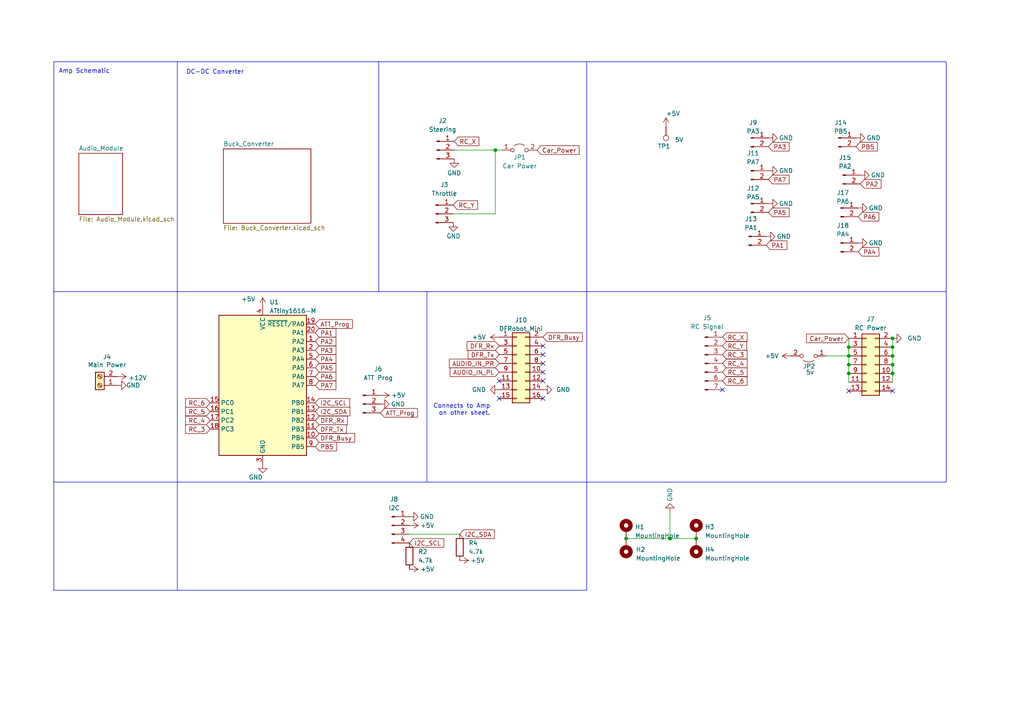
<source format=kicad_sch>
(kicad_sch (version 20230121) (generator eeschema)

  (uuid ee7e864e-15ea-4ba5-a64c-c53b37d2e4fb)

  (paper "A4")

  (lib_symbols
    (symbol "Connector:Conn_01x02_Pin" (pin_names (offset 1.016) hide) (in_bom yes) (on_board yes)
      (property "Reference" "J" (at 0 2.54 0)
        (effects (font (size 1.27 1.27)))
      )
      (property "Value" "Conn_01x02_Pin" (at 0 -5.08 0)
        (effects (font (size 1.27 1.27)))
      )
      (property "Footprint" "" (at 0 0 0)
        (effects (font (size 1.27 1.27)) hide)
      )
      (property "Datasheet" "~" (at 0 0 0)
        (effects (font (size 1.27 1.27)) hide)
      )
      (property "ki_locked" "" (at 0 0 0)
        (effects (font (size 1.27 1.27)))
      )
      (property "ki_keywords" "connector" (at 0 0 0)
        (effects (font (size 1.27 1.27)) hide)
      )
      (property "ki_description" "Generic connector, single row, 01x02, script generated" (at 0 0 0)
        (effects (font (size 1.27 1.27)) hide)
      )
      (property "ki_fp_filters" "Connector*:*_1x??_*" (at 0 0 0)
        (effects (font (size 1.27 1.27)) hide)
      )
      (symbol "Conn_01x02_Pin_1_1"
        (polyline
          (pts
            (xy 1.27 -2.54)
            (xy 0.8636 -2.54)
          )
          (stroke (width 0.1524) (type default))
          (fill (type none))
        )
        (polyline
          (pts
            (xy 1.27 0)
            (xy 0.8636 0)
          )
          (stroke (width 0.1524) (type default))
          (fill (type none))
        )
        (rectangle (start 0.8636 -2.413) (end 0 -2.667)
          (stroke (width 0.1524) (type default))
          (fill (type outline))
        )
        (rectangle (start 0.8636 0.127) (end 0 -0.127)
          (stroke (width 0.1524) (type default))
          (fill (type outline))
        )
        (pin passive line (at 5.08 0 180) (length 3.81)
          (name "Pin_1" (effects (font (size 1.27 1.27))))
          (number "1" (effects (font (size 1.27 1.27))))
        )
        (pin passive line (at 5.08 -2.54 180) (length 3.81)
          (name "Pin_2" (effects (font (size 1.27 1.27))))
          (number "2" (effects (font (size 1.27 1.27))))
        )
      )
    )
    (symbol "Connector:Conn_01x03_Pin" (pin_names (offset 1.016) hide) (in_bom yes) (on_board yes)
      (property "Reference" "J" (at 0 5.08 0)
        (effects (font (size 1.27 1.27)))
      )
      (property "Value" "Conn_01x03_Pin" (at 0 -5.08 0)
        (effects (font (size 1.27 1.27)))
      )
      (property "Footprint" "" (at 0 0 0)
        (effects (font (size 1.27 1.27)) hide)
      )
      (property "Datasheet" "~" (at 0 0 0)
        (effects (font (size 1.27 1.27)) hide)
      )
      (property "ki_locked" "" (at 0 0 0)
        (effects (font (size 1.27 1.27)))
      )
      (property "ki_keywords" "connector" (at 0 0 0)
        (effects (font (size 1.27 1.27)) hide)
      )
      (property "ki_description" "Generic connector, single row, 01x03, script generated" (at 0 0 0)
        (effects (font (size 1.27 1.27)) hide)
      )
      (property "ki_fp_filters" "Connector*:*_1x??_*" (at 0 0 0)
        (effects (font (size 1.27 1.27)) hide)
      )
      (symbol "Conn_01x03_Pin_1_1"
        (polyline
          (pts
            (xy 1.27 -2.54)
            (xy 0.8636 -2.54)
          )
          (stroke (width 0.1524) (type default))
          (fill (type none))
        )
        (polyline
          (pts
            (xy 1.27 0)
            (xy 0.8636 0)
          )
          (stroke (width 0.1524) (type default))
          (fill (type none))
        )
        (polyline
          (pts
            (xy 1.27 2.54)
            (xy 0.8636 2.54)
          )
          (stroke (width 0.1524) (type default))
          (fill (type none))
        )
        (rectangle (start 0.8636 -2.413) (end 0 -2.667)
          (stroke (width 0.1524) (type default))
          (fill (type outline))
        )
        (rectangle (start 0.8636 0.127) (end 0 -0.127)
          (stroke (width 0.1524) (type default))
          (fill (type outline))
        )
        (rectangle (start 0.8636 2.667) (end 0 2.413)
          (stroke (width 0.1524) (type default))
          (fill (type outline))
        )
        (pin passive line (at 5.08 2.54 180) (length 3.81)
          (name "Pin_1" (effects (font (size 1.27 1.27))))
          (number "1" (effects (font (size 1.27 1.27))))
        )
        (pin passive line (at 5.08 0 180) (length 3.81)
          (name "Pin_2" (effects (font (size 1.27 1.27))))
          (number "2" (effects (font (size 1.27 1.27))))
        )
        (pin passive line (at 5.08 -2.54 180) (length 3.81)
          (name "Pin_3" (effects (font (size 1.27 1.27))))
          (number "3" (effects (font (size 1.27 1.27))))
        )
      )
    )
    (symbol "Connector:Conn_01x04_Pin" (pin_names (offset 1.016) hide) (in_bom yes) (on_board yes)
      (property "Reference" "J" (at 0 5.08 0)
        (effects (font (size 1.27 1.27)))
      )
      (property "Value" "Conn_01x04_Pin" (at 0 -7.62 0)
        (effects (font (size 1.27 1.27)))
      )
      (property "Footprint" "" (at 0 0 0)
        (effects (font (size 1.27 1.27)) hide)
      )
      (property "Datasheet" "~" (at 0 0 0)
        (effects (font (size 1.27 1.27)) hide)
      )
      (property "ki_locked" "" (at 0 0 0)
        (effects (font (size 1.27 1.27)))
      )
      (property "ki_keywords" "connector" (at 0 0 0)
        (effects (font (size 1.27 1.27)) hide)
      )
      (property "ki_description" "Generic connector, single row, 01x04, script generated" (at 0 0 0)
        (effects (font (size 1.27 1.27)) hide)
      )
      (property "ki_fp_filters" "Connector*:*_1x??_*" (at 0 0 0)
        (effects (font (size 1.27 1.27)) hide)
      )
      (symbol "Conn_01x04_Pin_1_1"
        (polyline
          (pts
            (xy 1.27 -5.08)
            (xy 0.8636 -5.08)
          )
          (stroke (width 0.1524) (type default))
          (fill (type none))
        )
        (polyline
          (pts
            (xy 1.27 -2.54)
            (xy 0.8636 -2.54)
          )
          (stroke (width 0.1524) (type default))
          (fill (type none))
        )
        (polyline
          (pts
            (xy 1.27 0)
            (xy 0.8636 0)
          )
          (stroke (width 0.1524) (type default))
          (fill (type none))
        )
        (polyline
          (pts
            (xy 1.27 2.54)
            (xy 0.8636 2.54)
          )
          (stroke (width 0.1524) (type default))
          (fill (type none))
        )
        (rectangle (start 0.8636 -4.953) (end 0 -5.207)
          (stroke (width 0.1524) (type default))
          (fill (type outline))
        )
        (rectangle (start 0.8636 -2.413) (end 0 -2.667)
          (stroke (width 0.1524) (type default))
          (fill (type outline))
        )
        (rectangle (start 0.8636 0.127) (end 0 -0.127)
          (stroke (width 0.1524) (type default))
          (fill (type outline))
        )
        (rectangle (start 0.8636 2.667) (end 0 2.413)
          (stroke (width 0.1524) (type default))
          (fill (type outline))
        )
        (pin passive line (at 5.08 2.54 180) (length 3.81)
          (name "Pin_1" (effects (font (size 1.27 1.27))))
          (number "1" (effects (font (size 1.27 1.27))))
        )
        (pin passive line (at 5.08 0 180) (length 3.81)
          (name "Pin_2" (effects (font (size 1.27 1.27))))
          (number "2" (effects (font (size 1.27 1.27))))
        )
        (pin passive line (at 5.08 -2.54 180) (length 3.81)
          (name "Pin_3" (effects (font (size 1.27 1.27))))
          (number "3" (effects (font (size 1.27 1.27))))
        )
        (pin passive line (at 5.08 -5.08 180) (length 3.81)
          (name "Pin_4" (effects (font (size 1.27 1.27))))
          (number "4" (effects (font (size 1.27 1.27))))
        )
      )
    )
    (symbol "Connector:Conn_01x07_Pin" (pin_names (offset 1.016) hide) (in_bom yes) (on_board yes)
      (property "Reference" "J" (at 0 10.16 0)
        (effects (font (size 1.27 1.27)))
      )
      (property "Value" "Conn_01x07_Pin" (at 0 -10.16 0)
        (effects (font (size 1.27 1.27)))
      )
      (property "Footprint" "" (at 0 0 0)
        (effects (font (size 1.27 1.27)) hide)
      )
      (property "Datasheet" "~" (at 0 0 0)
        (effects (font (size 1.27 1.27)) hide)
      )
      (property "ki_locked" "" (at 0 0 0)
        (effects (font (size 1.27 1.27)))
      )
      (property "ki_keywords" "connector" (at 0 0 0)
        (effects (font (size 1.27 1.27)) hide)
      )
      (property "ki_description" "Generic connector, single row, 01x07, script generated" (at 0 0 0)
        (effects (font (size 1.27 1.27)) hide)
      )
      (property "ki_fp_filters" "Connector*:*_1x??_*" (at 0 0 0)
        (effects (font (size 1.27 1.27)) hide)
      )
      (symbol "Conn_01x07_Pin_1_1"
        (polyline
          (pts
            (xy 1.27 -7.62)
            (xy 0.8636 -7.62)
          )
          (stroke (width 0.1524) (type default))
          (fill (type none))
        )
        (polyline
          (pts
            (xy 1.27 -5.08)
            (xy 0.8636 -5.08)
          )
          (stroke (width 0.1524) (type default))
          (fill (type none))
        )
        (polyline
          (pts
            (xy 1.27 -2.54)
            (xy 0.8636 -2.54)
          )
          (stroke (width 0.1524) (type default))
          (fill (type none))
        )
        (polyline
          (pts
            (xy 1.27 0)
            (xy 0.8636 0)
          )
          (stroke (width 0.1524) (type default))
          (fill (type none))
        )
        (polyline
          (pts
            (xy 1.27 2.54)
            (xy 0.8636 2.54)
          )
          (stroke (width 0.1524) (type default))
          (fill (type none))
        )
        (polyline
          (pts
            (xy 1.27 5.08)
            (xy 0.8636 5.08)
          )
          (stroke (width 0.1524) (type default))
          (fill (type none))
        )
        (polyline
          (pts
            (xy 1.27 7.62)
            (xy 0.8636 7.62)
          )
          (stroke (width 0.1524) (type default))
          (fill (type none))
        )
        (rectangle (start 0.8636 -7.493) (end 0 -7.747)
          (stroke (width 0.1524) (type default))
          (fill (type outline))
        )
        (rectangle (start 0.8636 -4.953) (end 0 -5.207)
          (stroke (width 0.1524) (type default))
          (fill (type outline))
        )
        (rectangle (start 0.8636 -2.413) (end 0 -2.667)
          (stroke (width 0.1524) (type default))
          (fill (type outline))
        )
        (rectangle (start 0.8636 0.127) (end 0 -0.127)
          (stroke (width 0.1524) (type default))
          (fill (type outline))
        )
        (rectangle (start 0.8636 2.667) (end 0 2.413)
          (stroke (width 0.1524) (type default))
          (fill (type outline))
        )
        (rectangle (start 0.8636 5.207) (end 0 4.953)
          (stroke (width 0.1524) (type default))
          (fill (type outline))
        )
        (rectangle (start 0.8636 7.747) (end 0 7.493)
          (stroke (width 0.1524) (type default))
          (fill (type outline))
        )
        (pin passive line (at 5.08 7.62 180) (length 3.81)
          (name "Pin_1" (effects (font (size 1.27 1.27))))
          (number "1" (effects (font (size 1.27 1.27))))
        )
        (pin passive line (at 5.08 5.08 180) (length 3.81)
          (name "Pin_2" (effects (font (size 1.27 1.27))))
          (number "2" (effects (font (size 1.27 1.27))))
        )
        (pin passive line (at 5.08 2.54 180) (length 3.81)
          (name "Pin_3" (effects (font (size 1.27 1.27))))
          (number "3" (effects (font (size 1.27 1.27))))
        )
        (pin passive line (at 5.08 0 180) (length 3.81)
          (name "Pin_4" (effects (font (size 1.27 1.27))))
          (number "4" (effects (font (size 1.27 1.27))))
        )
        (pin passive line (at 5.08 -2.54 180) (length 3.81)
          (name "Pin_5" (effects (font (size 1.27 1.27))))
          (number "5" (effects (font (size 1.27 1.27))))
        )
        (pin passive line (at 5.08 -5.08 180) (length 3.81)
          (name "Pin_6" (effects (font (size 1.27 1.27))))
          (number "6" (effects (font (size 1.27 1.27))))
        )
        (pin passive line (at 5.08 -7.62 180) (length 3.81)
          (name "Pin_7" (effects (font (size 1.27 1.27))))
          (number "7" (effects (font (size 1.27 1.27))))
        )
      )
    )
    (symbol "Connector:Screw_Terminal_01x02" (pin_names (offset 1.016) hide) (in_bom yes) (on_board yes)
      (property "Reference" "J" (at 0 2.54 0)
        (effects (font (size 1.27 1.27)))
      )
      (property "Value" "Screw_Terminal_01x02" (at 0 -5.08 0)
        (effects (font (size 1.27 1.27)))
      )
      (property "Footprint" "" (at 0 0 0)
        (effects (font (size 1.27 1.27)) hide)
      )
      (property "Datasheet" "~" (at 0 0 0)
        (effects (font (size 1.27 1.27)) hide)
      )
      (property "ki_keywords" "screw terminal" (at 0 0 0)
        (effects (font (size 1.27 1.27)) hide)
      )
      (property "ki_description" "Generic screw terminal, single row, 01x02, script generated (kicad-library-utils/schlib/autogen/connector/)" (at 0 0 0)
        (effects (font (size 1.27 1.27)) hide)
      )
      (property "ki_fp_filters" "TerminalBlock*:*" (at 0 0 0)
        (effects (font (size 1.27 1.27)) hide)
      )
      (symbol "Screw_Terminal_01x02_1_1"
        (rectangle (start -1.27 1.27) (end 1.27 -3.81)
          (stroke (width 0.254) (type default))
          (fill (type background))
        )
        (circle (center 0 -2.54) (radius 0.635)
          (stroke (width 0.1524) (type default))
          (fill (type none))
        )
        (polyline
          (pts
            (xy -0.5334 -2.2098)
            (xy 0.3302 -3.048)
          )
          (stroke (width 0.1524) (type default))
          (fill (type none))
        )
        (polyline
          (pts
            (xy -0.5334 0.3302)
            (xy 0.3302 -0.508)
          )
          (stroke (width 0.1524) (type default))
          (fill (type none))
        )
        (polyline
          (pts
            (xy -0.3556 -2.032)
            (xy 0.508 -2.8702)
          )
          (stroke (width 0.1524) (type default))
          (fill (type none))
        )
        (polyline
          (pts
            (xy -0.3556 0.508)
            (xy 0.508 -0.3302)
          )
          (stroke (width 0.1524) (type default))
          (fill (type none))
        )
        (circle (center 0 0) (radius 0.635)
          (stroke (width 0.1524) (type default))
          (fill (type none))
        )
        (pin passive line (at -5.08 0 0) (length 3.81)
          (name "Pin_1" (effects (font (size 1.27 1.27))))
          (number "1" (effects (font (size 1.27 1.27))))
        )
        (pin passive line (at -5.08 -2.54 0) (length 3.81)
          (name "Pin_2" (effects (font (size 1.27 1.27))))
          (number "2" (effects (font (size 1.27 1.27))))
        )
      )
    )
    (symbol "Connector:TestPoint" (pin_numbers hide) (pin_names (offset 0.762) hide) (in_bom yes) (on_board yes)
      (property "Reference" "TP" (at 0 6.858 0)
        (effects (font (size 1.27 1.27)))
      )
      (property "Value" "TestPoint" (at 0 5.08 0)
        (effects (font (size 1.27 1.27)))
      )
      (property "Footprint" "" (at 5.08 0 0)
        (effects (font (size 1.27 1.27)) hide)
      )
      (property "Datasheet" "~" (at 5.08 0 0)
        (effects (font (size 1.27 1.27)) hide)
      )
      (property "ki_keywords" "test point tp" (at 0 0 0)
        (effects (font (size 1.27 1.27)) hide)
      )
      (property "ki_description" "test point" (at 0 0 0)
        (effects (font (size 1.27 1.27)) hide)
      )
      (property "ki_fp_filters" "Pin* Test*" (at 0 0 0)
        (effects (font (size 1.27 1.27)) hide)
      )
      (symbol "TestPoint_0_1"
        (circle (center 0 3.302) (radius 0.762)
          (stroke (width 0) (type default))
          (fill (type none))
        )
      )
      (symbol "TestPoint_1_1"
        (pin passive line (at 0 0 90) (length 2.54)
          (name "1" (effects (font (size 1.27 1.27))))
          (number "1" (effects (font (size 1.27 1.27))))
        )
      )
    )
    (symbol "Connector_Generic:Conn_02x07_Odd_Even" (pin_names (offset 1.016) hide) (in_bom yes) (on_board yes)
      (property "Reference" "J" (at 1.27 10.16 0)
        (effects (font (size 1.27 1.27)))
      )
      (property "Value" "Conn_02x07_Odd_Even" (at 1.27 -10.16 0)
        (effects (font (size 1.27 1.27)))
      )
      (property "Footprint" "" (at 0 0 0)
        (effects (font (size 1.27 1.27)) hide)
      )
      (property "Datasheet" "~" (at 0 0 0)
        (effects (font (size 1.27 1.27)) hide)
      )
      (property "ki_keywords" "connector" (at 0 0 0)
        (effects (font (size 1.27 1.27)) hide)
      )
      (property "ki_description" "Generic connector, double row, 02x07, odd/even pin numbering scheme (row 1 odd numbers, row 2 even numbers), script generated (kicad-library-utils/schlib/autogen/connector/)" (at 0 0 0)
        (effects (font (size 1.27 1.27)) hide)
      )
      (property "ki_fp_filters" "Connector*:*_2x??_*" (at 0 0 0)
        (effects (font (size 1.27 1.27)) hide)
      )
      (symbol "Conn_02x07_Odd_Even_1_1"
        (rectangle (start -1.27 -7.493) (end 0 -7.747)
          (stroke (width 0.1524) (type default))
          (fill (type none))
        )
        (rectangle (start -1.27 -4.953) (end 0 -5.207)
          (stroke (width 0.1524) (type default))
          (fill (type none))
        )
        (rectangle (start -1.27 -2.413) (end 0 -2.667)
          (stroke (width 0.1524) (type default))
          (fill (type none))
        )
        (rectangle (start -1.27 0.127) (end 0 -0.127)
          (stroke (width 0.1524) (type default))
          (fill (type none))
        )
        (rectangle (start -1.27 2.667) (end 0 2.413)
          (stroke (width 0.1524) (type default))
          (fill (type none))
        )
        (rectangle (start -1.27 5.207) (end 0 4.953)
          (stroke (width 0.1524) (type default))
          (fill (type none))
        )
        (rectangle (start -1.27 7.747) (end 0 7.493)
          (stroke (width 0.1524) (type default))
          (fill (type none))
        )
        (rectangle (start -1.27 8.89) (end 3.81 -8.89)
          (stroke (width 0.254) (type default))
          (fill (type background))
        )
        (rectangle (start 3.81 -7.493) (end 2.54 -7.747)
          (stroke (width 0.1524) (type default))
          (fill (type none))
        )
        (rectangle (start 3.81 -4.953) (end 2.54 -5.207)
          (stroke (width 0.1524) (type default))
          (fill (type none))
        )
        (rectangle (start 3.81 -2.413) (end 2.54 -2.667)
          (stroke (width 0.1524) (type default))
          (fill (type none))
        )
        (rectangle (start 3.81 0.127) (end 2.54 -0.127)
          (stroke (width 0.1524) (type default))
          (fill (type none))
        )
        (rectangle (start 3.81 2.667) (end 2.54 2.413)
          (stroke (width 0.1524) (type default))
          (fill (type none))
        )
        (rectangle (start 3.81 5.207) (end 2.54 4.953)
          (stroke (width 0.1524) (type default))
          (fill (type none))
        )
        (rectangle (start 3.81 7.747) (end 2.54 7.493)
          (stroke (width 0.1524) (type default))
          (fill (type none))
        )
        (pin passive line (at -5.08 7.62 0) (length 3.81)
          (name "Pin_1" (effects (font (size 1.27 1.27))))
          (number "1" (effects (font (size 1.27 1.27))))
        )
        (pin passive line (at 7.62 -2.54 180) (length 3.81)
          (name "Pin_10" (effects (font (size 1.27 1.27))))
          (number "10" (effects (font (size 1.27 1.27))))
        )
        (pin passive line (at -5.08 -5.08 0) (length 3.81)
          (name "Pin_11" (effects (font (size 1.27 1.27))))
          (number "11" (effects (font (size 1.27 1.27))))
        )
        (pin passive line (at 7.62 -5.08 180) (length 3.81)
          (name "Pin_12" (effects (font (size 1.27 1.27))))
          (number "12" (effects (font (size 1.27 1.27))))
        )
        (pin passive line (at -5.08 -7.62 0) (length 3.81)
          (name "Pin_13" (effects (font (size 1.27 1.27))))
          (number "13" (effects (font (size 1.27 1.27))))
        )
        (pin passive line (at 7.62 -7.62 180) (length 3.81)
          (name "Pin_14" (effects (font (size 1.27 1.27))))
          (number "14" (effects (font (size 1.27 1.27))))
        )
        (pin passive line (at 7.62 7.62 180) (length 3.81)
          (name "Pin_2" (effects (font (size 1.27 1.27))))
          (number "2" (effects (font (size 1.27 1.27))))
        )
        (pin passive line (at -5.08 5.08 0) (length 3.81)
          (name "Pin_3" (effects (font (size 1.27 1.27))))
          (number "3" (effects (font (size 1.27 1.27))))
        )
        (pin passive line (at 7.62 5.08 180) (length 3.81)
          (name "Pin_4" (effects (font (size 1.27 1.27))))
          (number "4" (effects (font (size 1.27 1.27))))
        )
        (pin passive line (at -5.08 2.54 0) (length 3.81)
          (name "Pin_5" (effects (font (size 1.27 1.27))))
          (number "5" (effects (font (size 1.27 1.27))))
        )
        (pin passive line (at 7.62 2.54 180) (length 3.81)
          (name "Pin_6" (effects (font (size 1.27 1.27))))
          (number "6" (effects (font (size 1.27 1.27))))
        )
        (pin passive line (at -5.08 0 0) (length 3.81)
          (name "Pin_7" (effects (font (size 1.27 1.27))))
          (number "7" (effects (font (size 1.27 1.27))))
        )
        (pin passive line (at 7.62 0 180) (length 3.81)
          (name "Pin_8" (effects (font (size 1.27 1.27))))
          (number "8" (effects (font (size 1.27 1.27))))
        )
        (pin passive line (at -5.08 -2.54 0) (length 3.81)
          (name "Pin_9" (effects (font (size 1.27 1.27))))
          (number "9" (effects (font (size 1.27 1.27))))
        )
      )
    )
    (symbol "Connector_Generic:Conn_02x08_Odd_Even" (pin_names (offset 1.016) hide) (in_bom yes) (on_board yes)
      (property "Reference" "J" (at 1.27 10.16 0)
        (effects (font (size 1.27 1.27)))
      )
      (property "Value" "Conn_02x08_Odd_Even" (at 1.27 -12.7 0)
        (effects (font (size 1.27 1.27)))
      )
      (property "Footprint" "" (at 0 0 0)
        (effects (font (size 1.27 1.27)) hide)
      )
      (property "Datasheet" "~" (at 0 0 0)
        (effects (font (size 1.27 1.27)) hide)
      )
      (property "ki_keywords" "connector" (at 0 0 0)
        (effects (font (size 1.27 1.27)) hide)
      )
      (property "ki_description" "Generic connector, double row, 02x08, odd/even pin numbering scheme (row 1 odd numbers, row 2 even numbers), script generated (kicad-library-utils/schlib/autogen/connector/)" (at 0 0 0)
        (effects (font (size 1.27 1.27)) hide)
      )
      (property "ki_fp_filters" "Connector*:*_2x??_*" (at 0 0 0)
        (effects (font (size 1.27 1.27)) hide)
      )
      (symbol "Conn_02x08_Odd_Even_1_1"
        (rectangle (start -1.27 -10.033) (end 0 -10.287)
          (stroke (width 0.1524) (type default))
          (fill (type none))
        )
        (rectangle (start -1.27 -7.493) (end 0 -7.747)
          (stroke (width 0.1524) (type default))
          (fill (type none))
        )
        (rectangle (start -1.27 -4.953) (end 0 -5.207)
          (stroke (width 0.1524) (type default))
          (fill (type none))
        )
        (rectangle (start -1.27 -2.413) (end 0 -2.667)
          (stroke (width 0.1524) (type default))
          (fill (type none))
        )
        (rectangle (start -1.27 0.127) (end 0 -0.127)
          (stroke (width 0.1524) (type default))
          (fill (type none))
        )
        (rectangle (start -1.27 2.667) (end 0 2.413)
          (stroke (width 0.1524) (type default))
          (fill (type none))
        )
        (rectangle (start -1.27 5.207) (end 0 4.953)
          (stroke (width 0.1524) (type default))
          (fill (type none))
        )
        (rectangle (start -1.27 7.747) (end 0 7.493)
          (stroke (width 0.1524) (type default))
          (fill (type none))
        )
        (rectangle (start -1.27 8.89) (end 3.81 -11.43)
          (stroke (width 0.254) (type default))
          (fill (type background))
        )
        (rectangle (start 3.81 -10.033) (end 2.54 -10.287)
          (stroke (width 0.1524) (type default))
          (fill (type none))
        )
        (rectangle (start 3.81 -7.493) (end 2.54 -7.747)
          (stroke (width 0.1524) (type default))
          (fill (type none))
        )
        (rectangle (start 3.81 -4.953) (end 2.54 -5.207)
          (stroke (width 0.1524) (type default))
          (fill (type none))
        )
        (rectangle (start 3.81 -2.413) (end 2.54 -2.667)
          (stroke (width 0.1524) (type default))
          (fill (type none))
        )
        (rectangle (start 3.81 0.127) (end 2.54 -0.127)
          (stroke (width 0.1524) (type default))
          (fill (type none))
        )
        (rectangle (start 3.81 2.667) (end 2.54 2.413)
          (stroke (width 0.1524) (type default))
          (fill (type none))
        )
        (rectangle (start 3.81 5.207) (end 2.54 4.953)
          (stroke (width 0.1524) (type default))
          (fill (type none))
        )
        (rectangle (start 3.81 7.747) (end 2.54 7.493)
          (stroke (width 0.1524) (type default))
          (fill (type none))
        )
        (pin passive line (at -5.08 7.62 0) (length 3.81)
          (name "Pin_1" (effects (font (size 1.27 1.27))))
          (number "1" (effects (font (size 1.27 1.27))))
        )
        (pin passive line (at 7.62 -2.54 180) (length 3.81)
          (name "Pin_10" (effects (font (size 1.27 1.27))))
          (number "10" (effects (font (size 1.27 1.27))))
        )
        (pin passive line (at -5.08 -5.08 0) (length 3.81)
          (name "Pin_11" (effects (font (size 1.27 1.27))))
          (number "11" (effects (font (size 1.27 1.27))))
        )
        (pin passive line (at 7.62 -5.08 180) (length 3.81)
          (name "Pin_12" (effects (font (size 1.27 1.27))))
          (number "12" (effects (font (size 1.27 1.27))))
        )
        (pin passive line (at -5.08 -7.62 0) (length 3.81)
          (name "Pin_13" (effects (font (size 1.27 1.27))))
          (number "13" (effects (font (size 1.27 1.27))))
        )
        (pin passive line (at 7.62 -7.62 180) (length 3.81)
          (name "Pin_14" (effects (font (size 1.27 1.27))))
          (number "14" (effects (font (size 1.27 1.27))))
        )
        (pin passive line (at -5.08 -10.16 0) (length 3.81)
          (name "Pin_15" (effects (font (size 1.27 1.27))))
          (number "15" (effects (font (size 1.27 1.27))))
        )
        (pin passive line (at 7.62 -10.16 180) (length 3.81)
          (name "Pin_16" (effects (font (size 1.27 1.27))))
          (number "16" (effects (font (size 1.27 1.27))))
        )
        (pin passive line (at 7.62 7.62 180) (length 3.81)
          (name "Pin_2" (effects (font (size 1.27 1.27))))
          (number "2" (effects (font (size 1.27 1.27))))
        )
        (pin passive line (at -5.08 5.08 0) (length 3.81)
          (name "Pin_3" (effects (font (size 1.27 1.27))))
          (number "3" (effects (font (size 1.27 1.27))))
        )
        (pin passive line (at 7.62 5.08 180) (length 3.81)
          (name "Pin_4" (effects (font (size 1.27 1.27))))
          (number "4" (effects (font (size 1.27 1.27))))
        )
        (pin passive line (at -5.08 2.54 0) (length 3.81)
          (name "Pin_5" (effects (font (size 1.27 1.27))))
          (number "5" (effects (font (size 1.27 1.27))))
        )
        (pin passive line (at 7.62 2.54 180) (length 3.81)
          (name "Pin_6" (effects (font (size 1.27 1.27))))
          (number "6" (effects (font (size 1.27 1.27))))
        )
        (pin passive line (at -5.08 0 0) (length 3.81)
          (name "Pin_7" (effects (font (size 1.27 1.27))))
          (number "7" (effects (font (size 1.27 1.27))))
        )
        (pin passive line (at 7.62 0 180) (length 3.81)
          (name "Pin_8" (effects (font (size 1.27 1.27))))
          (number "8" (effects (font (size 1.27 1.27))))
        )
        (pin passive line (at -5.08 -2.54 0) (length 3.81)
          (name "Pin_9" (effects (font (size 1.27 1.27))))
          (number "9" (effects (font (size 1.27 1.27))))
        )
      )
    )
    (symbol "Device:R" (pin_numbers hide) (pin_names (offset 0)) (in_bom yes) (on_board yes)
      (property "Reference" "R" (at 2.032 0 90)
        (effects (font (size 1.27 1.27)))
      )
      (property "Value" "R" (at 0 0 90)
        (effects (font (size 1.27 1.27)))
      )
      (property "Footprint" "" (at -1.778 0 90)
        (effects (font (size 1.27 1.27)) hide)
      )
      (property "Datasheet" "~" (at 0 0 0)
        (effects (font (size 1.27 1.27)) hide)
      )
      (property "ki_keywords" "R res resistor" (at 0 0 0)
        (effects (font (size 1.27 1.27)) hide)
      )
      (property "ki_description" "Resistor" (at 0 0 0)
        (effects (font (size 1.27 1.27)) hide)
      )
      (property "ki_fp_filters" "R_*" (at 0 0 0)
        (effects (font (size 1.27 1.27)) hide)
      )
      (symbol "R_0_1"
        (rectangle (start -1.016 -2.54) (end 1.016 2.54)
          (stroke (width 0.254) (type default))
          (fill (type none))
        )
      )
      (symbol "R_1_1"
        (pin passive line (at 0 3.81 270) (length 1.27)
          (name "~" (effects (font (size 1.27 1.27))))
          (number "1" (effects (font (size 1.27 1.27))))
        )
        (pin passive line (at 0 -3.81 90) (length 1.27)
          (name "~" (effects (font (size 1.27 1.27))))
          (number "2" (effects (font (size 1.27 1.27))))
        )
      )
    )
    (symbol "Jumper:Jumper_2_Open" (pin_names (offset 0) hide) (in_bom yes) (on_board yes)
      (property "Reference" "JP" (at 0 2.794 0)
        (effects (font (size 1.27 1.27)))
      )
      (property "Value" "Jumper_2_Open" (at 0 -2.286 0)
        (effects (font (size 1.27 1.27)))
      )
      (property "Footprint" "" (at 0 0 0)
        (effects (font (size 1.27 1.27)) hide)
      )
      (property "Datasheet" "~" (at 0 0 0)
        (effects (font (size 1.27 1.27)) hide)
      )
      (property "ki_keywords" "Jumper SPST" (at 0 0 0)
        (effects (font (size 1.27 1.27)) hide)
      )
      (property "ki_description" "Jumper, 2-pole, open" (at 0 0 0)
        (effects (font (size 1.27 1.27)) hide)
      )
      (property "ki_fp_filters" "Jumper* TestPoint*2Pads* TestPoint*Bridge*" (at 0 0 0)
        (effects (font (size 1.27 1.27)) hide)
      )
      (symbol "Jumper_2_Open_0_0"
        (circle (center -2.032 0) (radius 0.508)
          (stroke (width 0) (type default))
          (fill (type none))
        )
        (circle (center 2.032 0) (radius 0.508)
          (stroke (width 0) (type default))
          (fill (type none))
        )
      )
      (symbol "Jumper_2_Open_0_1"
        (arc (start 1.524 1.27) (mid 0 1.778) (end -1.524 1.27)
          (stroke (width 0) (type default))
          (fill (type none))
        )
      )
      (symbol "Jumper_2_Open_1_1"
        (pin passive line (at -5.08 0 0) (length 2.54)
          (name "A" (effects (font (size 1.27 1.27))))
          (number "1" (effects (font (size 1.27 1.27))))
        )
        (pin passive line (at 5.08 0 180) (length 2.54)
          (name "B" (effects (font (size 1.27 1.27))))
          (number "2" (effects (font (size 1.27 1.27))))
        )
      )
    )
    (symbol "MCU_Microchip_ATtiny:ATtiny1616-M" (in_bom yes) (on_board yes)
      (property "Reference" "U" (at -12.7 21.59 0)
        (effects (font (size 1.27 1.27)) (justify left bottom))
      )
      (property "Value" "ATtiny1616-M" (at 2.54 -21.59 0)
        (effects (font (size 1.27 1.27)) (justify left top))
      )
      (property "Footprint" "Package_DFN_QFN:VQFN-20-1EP_3x3mm_P0.4mm_EP1.7x1.7mm" (at 0 0 0)
        (effects (font (size 1.27 1.27) italic) hide)
      )
      (property "Datasheet" "http://ww1.microchip.com/downloads/en/DeviceDoc/ATtiny3216_ATtiny1616-data-sheet-40001997B.pdf" (at 0 0 0)
        (effects (font (size 1.27 1.27)) hide)
      )
      (property "ki_keywords" "AVR 8bit Microcontroller tinyAVR" (at 0 0 0)
        (effects (font (size 1.27 1.27)) hide)
      )
      (property "ki_description" "20MHz, 16kB Flash, 2kB SRAM, 256B EEPROM, VQFN-20" (at 0 0 0)
        (effects (font (size 1.27 1.27)) hide)
      )
      (property "ki_fp_filters" "VQFN*1EP*3x3mm*P0.4mm*" (at 0 0 0)
        (effects (font (size 1.27 1.27)) hide)
      )
      (symbol "ATtiny1616-M_0_1"
        (rectangle (start -12.7 -20.32) (end 12.7 20.32)
          (stroke (width 0.254) (type default))
          (fill (type background))
        )
      )
      (symbol "ATtiny1616-M_1_1"
        (pin bidirectional line (at 15.24 12.7 180) (length 2.54)
          (name "PA2" (effects (font (size 1.27 1.27))))
          (number "1" (effects (font (size 1.27 1.27))))
        )
        (pin bidirectional line (at 15.24 -15.24 180) (length 2.54)
          (name "PB4" (effects (font (size 1.27 1.27))))
          (number "10" (effects (font (size 1.27 1.27))))
        )
        (pin bidirectional line (at 15.24 -12.7 180) (length 2.54)
          (name "PB3" (effects (font (size 1.27 1.27))))
          (number "11" (effects (font (size 1.27 1.27))))
        )
        (pin bidirectional line (at 15.24 -10.16 180) (length 2.54)
          (name "PB2" (effects (font (size 1.27 1.27))))
          (number "12" (effects (font (size 1.27 1.27))))
        )
        (pin bidirectional line (at 15.24 -7.62 180) (length 2.54)
          (name "PB1" (effects (font (size 1.27 1.27))))
          (number "13" (effects (font (size 1.27 1.27))))
        )
        (pin bidirectional line (at 15.24 -5.08 180) (length 2.54)
          (name "PB0" (effects (font (size 1.27 1.27))))
          (number "14" (effects (font (size 1.27 1.27))))
        )
        (pin bidirectional line (at -15.24 -5.08 0) (length 2.54)
          (name "PC0" (effects (font (size 1.27 1.27))))
          (number "15" (effects (font (size 1.27 1.27))))
        )
        (pin bidirectional line (at -15.24 -7.62 0) (length 2.54)
          (name "PC1" (effects (font (size 1.27 1.27))))
          (number "16" (effects (font (size 1.27 1.27))))
        )
        (pin bidirectional line (at -15.24 -10.16 0) (length 2.54)
          (name "PC2" (effects (font (size 1.27 1.27))))
          (number "17" (effects (font (size 1.27 1.27))))
        )
        (pin bidirectional line (at -15.24 -12.7 0) (length 2.54)
          (name "PC3" (effects (font (size 1.27 1.27))))
          (number "18" (effects (font (size 1.27 1.27))))
        )
        (pin bidirectional line (at 15.24 17.78 180) (length 2.54)
          (name "~{RESET}/PA0" (effects (font (size 1.27 1.27))))
          (number "19" (effects (font (size 1.27 1.27))))
        )
        (pin bidirectional line (at 15.24 10.16 180) (length 2.54)
          (name "PA3" (effects (font (size 1.27 1.27))))
          (number "2" (effects (font (size 1.27 1.27))))
        )
        (pin bidirectional line (at 15.24 15.24 180) (length 2.54)
          (name "PA1" (effects (font (size 1.27 1.27))))
          (number "20" (effects (font (size 1.27 1.27))))
        )
        (pin passive line (at 0 -22.86 90) (length 2.54) hide
          (name "GND" (effects (font (size 1.27 1.27))))
          (number "21" (effects (font (size 1.27 1.27))))
        )
        (pin power_in line (at 0 -22.86 90) (length 2.54)
          (name "GND" (effects (font (size 1.27 1.27))))
          (number "3" (effects (font (size 1.27 1.27))))
        )
        (pin power_in line (at 0 22.86 270) (length 2.54)
          (name "VCC" (effects (font (size 1.27 1.27))))
          (number "4" (effects (font (size 1.27 1.27))))
        )
        (pin bidirectional line (at 15.24 7.62 180) (length 2.54)
          (name "PA4" (effects (font (size 1.27 1.27))))
          (number "5" (effects (font (size 1.27 1.27))))
        )
        (pin bidirectional line (at 15.24 5.08 180) (length 2.54)
          (name "PA5" (effects (font (size 1.27 1.27))))
          (number "6" (effects (font (size 1.27 1.27))))
        )
        (pin bidirectional line (at 15.24 2.54 180) (length 2.54)
          (name "PA6" (effects (font (size 1.27 1.27))))
          (number "7" (effects (font (size 1.27 1.27))))
        )
        (pin bidirectional line (at 15.24 0 180) (length 2.54)
          (name "PA7" (effects (font (size 1.27 1.27))))
          (number "8" (effects (font (size 1.27 1.27))))
        )
        (pin bidirectional line (at 15.24 -17.78 180) (length 2.54)
          (name "PB5" (effects (font (size 1.27 1.27))))
          (number "9" (effects (font (size 1.27 1.27))))
        )
      )
    )
    (symbol "Mechanical:MountingHole_Pad" (pin_numbers hide) (pin_names (offset 1.016) hide) (in_bom yes) (on_board yes)
      (property "Reference" "H" (at 0 6.35 0)
        (effects (font (size 1.27 1.27)))
      )
      (property "Value" "MountingHole_Pad" (at 0 4.445 0)
        (effects (font (size 1.27 1.27)))
      )
      (property "Footprint" "" (at 0 0 0)
        (effects (font (size 1.27 1.27)) hide)
      )
      (property "Datasheet" "~" (at 0 0 0)
        (effects (font (size 1.27 1.27)) hide)
      )
      (property "ki_keywords" "mounting hole" (at 0 0 0)
        (effects (font (size 1.27 1.27)) hide)
      )
      (property "ki_description" "Mounting Hole with connection" (at 0 0 0)
        (effects (font (size 1.27 1.27)) hide)
      )
      (property "ki_fp_filters" "MountingHole*Pad*" (at 0 0 0)
        (effects (font (size 1.27 1.27)) hide)
      )
      (symbol "MountingHole_Pad_0_1"
        (circle (center 0 1.27) (radius 1.27)
          (stroke (width 1.27) (type default))
          (fill (type none))
        )
      )
      (symbol "MountingHole_Pad_1_1"
        (pin input line (at 0 -2.54 90) (length 2.54)
          (name "1" (effects (font (size 1.27 1.27))))
          (number "1" (effects (font (size 1.27 1.27))))
        )
      )
    )
    (symbol "power:+12V" (power) (pin_names (offset 0)) (in_bom yes) (on_board yes)
      (property "Reference" "#PWR" (at 0 -3.81 0)
        (effects (font (size 1.27 1.27)) hide)
      )
      (property "Value" "+12V" (at 0 3.556 0)
        (effects (font (size 1.27 1.27)))
      )
      (property "Footprint" "" (at 0 0 0)
        (effects (font (size 1.27 1.27)) hide)
      )
      (property "Datasheet" "" (at 0 0 0)
        (effects (font (size 1.27 1.27)) hide)
      )
      (property "ki_keywords" "power-flag" (at 0 0 0)
        (effects (font (size 1.27 1.27)) hide)
      )
      (property "ki_description" "Power symbol creates a global label with name \"+12V\"" (at 0 0 0)
        (effects (font (size 1.27 1.27)) hide)
      )
      (symbol "+12V_0_1"
        (polyline
          (pts
            (xy -0.762 1.27)
            (xy 0 2.54)
          )
          (stroke (width 0) (type default))
          (fill (type none))
        )
        (polyline
          (pts
            (xy 0 0)
            (xy 0 2.54)
          )
          (stroke (width 0) (type default))
          (fill (type none))
        )
        (polyline
          (pts
            (xy 0 2.54)
            (xy 0.762 1.27)
          )
          (stroke (width 0) (type default))
          (fill (type none))
        )
      )
      (symbol "+12V_1_1"
        (pin power_in line (at 0 0 90) (length 0) hide
          (name "+12V" (effects (font (size 1.27 1.27))))
          (number "1" (effects (font (size 1.27 1.27))))
        )
      )
    )
    (symbol "power:+5V" (power) (pin_names (offset 0)) (in_bom yes) (on_board yes)
      (property "Reference" "#PWR" (at 0 -3.81 0)
        (effects (font (size 1.27 1.27)) hide)
      )
      (property "Value" "+5V" (at 0 3.556 0)
        (effects (font (size 1.27 1.27)))
      )
      (property "Footprint" "" (at 0 0 0)
        (effects (font (size 1.27 1.27)) hide)
      )
      (property "Datasheet" "" (at 0 0 0)
        (effects (font (size 1.27 1.27)) hide)
      )
      (property "ki_keywords" "power-flag" (at 0 0 0)
        (effects (font (size 1.27 1.27)) hide)
      )
      (property "ki_description" "Power symbol creates a global label with name \"+5V\"" (at 0 0 0)
        (effects (font (size 1.27 1.27)) hide)
      )
      (symbol "+5V_0_1"
        (polyline
          (pts
            (xy -0.762 1.27)
            (xy 0 2.54)
          )
          (stroke (width 0) (type default))
          (fill (type none))
        )
        (polyline
          (pts
            (xy 0 0)
            (xy 0 2.54)
          )
          (stroke (width 0) (type default))
          (fill (type none))
        )
        (polyline
          (pts
            (xy 0 2.54)
            (xy 0.762 1.27)
          )
          (stroke (width 0) (type default))
          (fill (type none))
        )
      )
      (symbol "+5V_1_1"
        (pin power_in line (at 0 0 90) (length 0) hide
          (name "+5V" (effects (font (size 1.27 1.27))))
          (number "1" (effects (font (size 1.27 1.27))))
        )
      )
    )
    (symbol "power:GND" (power) (pin_names (offset 0)) (in_bom yes) (on_board yes)
      (property "Reference" "#PWR" (at 0 -6.35 0)
        (effects (font (size 1.27 1.27)) hide)
      )
      (property "Value" "GND" (at 0 -3.81 0)
        (effects (font (size 1.27 1.27)))
      )
      (property "Footprint" "" (at 0 0 0)
        (effects (font (size 1.27 1.27)) hide)
      )
      (property "Datasheet" "" (at 0 0 0)
        (effects (font (size 1.27 1.27)) hide)
      )
      (property "ki_keywords" "power-flag" (at 0 0 0)
        (effects (font (size 1.27 1.27)) hide)
      )
      (property "ki_description" "Power symbol creates a global label with name \"GND\" , ground" (at 0 0 0)
        (effects (font (size 1.27 1.27)) hide)
      )
      (symbol "GND_0_1"
        (polyline
          (pts
            (xy 0 0)
            (xy 0 -1.27)
            (xy 1.27 -1.27)
            (xy 0 -2.54)
            (xy -1.27 -1.27)
            (xy 0 -1.27)
          )
          (stroke (width 0) (type default))
          (fill (type none))
        )
      )
      (symbol "GND_1_1"
        (pin power_in line (at 0 0 270) (length 0) hide
          (name "GND" (effects (font (size 1.27 1.27))))
          (number "1" (effects (font (size 1.27 1.27))))
        )
      )
    )
  )

  (junction (at 258.8768 100.6856) (diameter 0) (color 0 0 0 0)
    (uuid 10284fb3-0f0b-4e19-9aab-6c7ac492dac0)
  )
  (junction (at 246.1768 108.3056) (diameter 0) (color 0 0 0 0)
    (uuid 4a7c2d61-6e39-491d-8649-cb6405aa73ce)
  )
  (junction (at 246.1768 105.7656) (diameter 0) (color 0 0 0 0)
    (uuid 693d4542-6385-40f7-9280-a77ec976c382)
  )
  (junction (at 258.8768 108.3056) (diameter 0) (color 0 0 0 0)
    (uuid 90be40fd-cdcc-40b2-b299-97c663326e0b)
  )
  (junction (at 258.8768 98.1456) (diameter 0) (color 0 0 0 0)
    (uuid 92f9b9f0-2318-40a1-85b7-4b7d74e07d21)
  )
  (junction (at 246.1768 103.2256) (diameter 0) (color 0 0 0 0)
    (uuid a9623144-c8e7-48c0-ac90-b2f2c94937d2)
  )
  (junction (at 246.1768 100.6856) (diameter 0) (color 0 0 0 0)
    (uuid c7ffc43f-7ab7-40e4-a7b2-b2c45bcecc25)
  )
  (junction (at 194.31 156.21) (diameter 0) (color 0 0 0 0)
    (uuid d602dee8-6d95-442f-9c00-6fa8fa11802b)
  )
  (junction (at 143.6624 43.5356) (diameter 0) (color 0 0 0 0)
    (uuid df5ba0be-9dec-450f-a63d-82fa087f2cd2)
  )
  (junction (at 258.8768 103.2256) (diameter 0) (color 0 0 0 0)
    (uuid e7059df2-cb36-4215-847f-26002f45030a)
  )
  (junction (at 181.61 156.21) (diameter 0) (color 0 0 0 0)
    (uuid ee660a19-441a-4cec-b8b3-2223c97ed08b)
  )
  (junction (at 201.93 156.21) (diameter 0) (color 0 0 0 0)
    (uuid f3019696-d4cd-4f1d-bde3-597ca5566847)
  )
  (junction (at 258.8768 105.7656) (diameter 0) (color 0 0 0 0)
    (uuid fb4a9d2f-c3a5-4fad-bb34-efcae8311f05)
  )

  (no_connect (at 246.1768 113.3856) (uuid 6631a2e2-0a6a-40a6-9dc9-359f6ed2ef7b))
  (no_connect (at 157.48 115.57) (uuid 97bca81a-223a-4804-92d4-a131c8899f98))
  (no_connect (at 209.55 113.03) (uuid 9ece00b9-1fe3-4477-b9b9-1456d66a3581))
  (no_connect (at 144.78 115.57) (uuid cb3f7ca6-a2c3-4ad1-b1e2-8441a20eedf8))
  (no_connect (at 258.8768 113.3856) (uuid e27e61bc-05b8-4d70-8932-1989fa3eb6dc))
  (no_connect (at 144.78 110.49) (uuid fde12367-34ef-41f3-96e5-b7e3a05ab7fd))
  (no_connect (at 157.48 100.33) (uuid fde12367-34ef-41f3-96e5-b7e3a05ab7fe))
  (no_connect (at 157.48 105.41) (uuid fde12367-34ef-41f3-96e5-b7e3a05ab7ff))
  (no_connect (at 157.48 102.87) (uuid fde12367-34ef-41f3-96e5-b7e3a05ab800))
  (no_connect (at 157.48 107.95) (uuid fde12367-34ef-41f3-96e5-b7e3a05ab801))
  (no_connect (at 157.48 110.49) (uuid fde12367-34ef-41f3-96e5-b7e3a05ab802))

  (polyline (pts (xy 170.18 139.827) (xy 51.435 139.827))
    (stroke (width 0) (type default))
    (uuid 032d3aec-b9c3-44c6-82fe-d4c12ba00f3a)
  )

  (wire (pts (xy 118.745 154.94) (xy 133.35 154.94))
    (stroke (width 0) (type default))
    (uuid 12457f69-bc2d-44b4-a4f3-992b2f86a0b7)
  )
  (polyline (pts (xy 15.621 139.827) (xy 15.621 84.582))
    (stroke (width 0) (type default))
    (uuid 153607f7-5b6b-489a-b227-a80972612e7d)
  )
  (polyline (pts (xy 170.18 17.907) (xy 274.447 17.907))
    (stroke (width 0) (type default))
    (uuid 15c78279-0902-4ee4-bfe5-5a7f8029dced)
  )

  (wire (pts (xy 246.1768 98.1456) (xy 246.1768 100.6856))
    (stroke (width 0) (type default))
    (uuid 1664f1ec-a02f-4a18-bef9-99c29d15937b)
  )
  (wire (pts (xy 246.1768 100.6856) (xy 246.1768 103.2256))
    (stroke (width 0) (type default))
    (uuid 18ec4170-bdf8-4431-932f-8b14c692eeed)
  )
  (wire (pts (xy 258.8768 100.6856) (xy 258.8768 103.2256))
    (stroke (width 0) (type default))
    (uuid 19bc4e5d-2b25-43e7-aaf4-30f507e6593f)
  )
  (wire (pts (xy 258.8768 103.2256) (xy 258.8768 105.7656))
    (stroke (width 0) (type default))
    (uuid 1a79368c-d616-4573-ad22-55c5047925e7)
  )
  (polyline (pts (xy 51.435 17.907) (xy 15.494 17.907))
    (stroke (width 0) (type default))
    (uuid 1aaeb017-7cf5-49f2-88dd-8966d2fd6382)
  )

  (wire (pts (xy 194.31 156.21) (xy 194.31 148.59))
    (stroke (width 0) (type default))
    (uuid 250b58b1-1413-4ee5-8c22-f1086040e35b)
  )
  (wire (pts (xy 246.1768 108.3056) (xy 246.1768 110.8456))
    (stroke (width 0) (type default))
    (uuid 294d8ee0-32b1-4722-a3b2-51e6320fa0dd)
  )
  (polyline (pts (xy 274.447 84.582) (xy 170.18 84.582))
    (stroke (width 0) (type default))
    (uuid 329534a6-0d04-430d-b0e3-62e225f4fc69)
  )
  (polyline (pts (xy 51.435 171.196) (xy 51.435 139.827))
    (stroke (width 0) (type default))
    (uuid 35a9f84e-0776-4147-91a8-5b3845c40f26)
  )

  (wire (pts (xy 258.8768 108.3056) (xy 258.8768 110.8456))
    (stroke (width 0) (type default))
    (uuid 390e1c2b-42fd-4d52-8dbe-d5fa73fbfb42)
  )
  (wire (pts (xy 181.61 156.21) (xy 194.31 156.21))
    (stroke (width 0) (type default))
    (uuid 3b3a270f-d735-4a92-90a6-b94d89424c00)
  )
  (wire (pts (xy 194.31 156.21) (xy 201.93 156.21))
    (stroke (width 0) (type default))
    (uuid 40ce8fce-d85a-450c-b55d-1285841e5319)
  )
  (polyline (pts (xy 109.855 17.78) (xy 109.855 84.455))
    (stroke (width 0) (type default))
    (uuid 4ca46881-d4c2-4725-acbb-7cfe9c9565a3)
  )
  (polyline (pts (xy 51.435 84.582) (xy 51.435 17.907))
    (stroke (width 0) (type default))
    (uuid 4cf3e18b-ed44-48d5-afb2-731e976e40ab)
  )
  (polyline (pts (xy 274.447 17.907) (xy 274.447 84.582))
    (stroke (width 0) (type default))
    (uuid 52f1467f-32ac-4cc0-ac7f-877e3772f087)
  )
  (polyline (pts (xy 170.18 171.196) (xy 51.435 171.196))
    (stroke (width 0) (type default))
    (uuid 5a37d195-36af-4464-a4ff-f0630e5496f4)
  )
  (polyline (pts (xy 170.18 17.907) (xy 170.18 84.582))
    (stroke (width 0) (type default))
    (uuid 5d1692ac-414c-4af1-b1d6-0e2dcc7cbbd6)
  )
  (polyline (pts (xy 170.18 171.196) (xy 170.18 139.827))
    (stroke (width 0) (type default))
    (uuid 60743a27-b5ac-4622-ad3f-ab0f5df680cc)
  )
  (polyline (pts (xy 15.621 171.196) (xy 15.621 139.827))
    (stroke (width 0) (type default))
    (uuid 651857f7-96de-48f9-8c74-c5c66f212c33)
  )

  (wire (pts (xy 143.6624 43.5356) (xy 145.5928 43.5356))
    (stroke (width 0) (type default))
    (uuid 6ab576a1-e6ac-41e7-ae8a-56f8945cb6bb)
  )
  (polyline (pts (xy 170.18 139.827) (xy 170.18 84.582))
    (stroke (width 0) (type default))
    (uuid 6c3b427f-9952-4521-a27c-0a2f8b59cacf)
  )

  (wire (pts (xy 246.1768 103.2256) (xy 239.6236 103.2256))
    (stroke (width 0) (type default))
    (uuid 6cf6e4e3-fdbd-469e-99b1-dbbce027d12c)
  )
  (polyline (pts (xy 15.621 84.582) (xy 15.621 17.907))
    (stroke (width 0) (type default))
    (uuid 737a61e3-0d58-40a9-b376-5d70f7d7699d)
  )
  (polyline (pts (xy 51.435 84.582) (xy 15.494 84.582))
    (stroke (width 0) (type default))
    (uuid 762eef74-d348-4e9c-b051-61e98ff7df33)
  )
  (polyline (pts (xy 51.435 139.827) (xy 15.494 139.827))
    (stroke (width 0) (type default))
    (uuid 7a711e34-bf1c-4693-89b3-14ea3a0f198b)
  )

  (wire (pts (xy 246.1768 105.7656) (xy 246.1768 108.3056))
    (stroke (width 0) (type default))
    (uuid 7faceea6-2311-4c96-8821-d4fae36b0556)
  )
  (polyline (pts (xy 51.435 139.827) (xy 51.435 84.582))
    (stroke (width 0) (type default))
    (uuid 815810a8-80fa-42b2-b45d-2f454fcdcdec)
  )

  (wire (pts (xy 143.6624 62.0268) (xy 143.6624 43.5356))
    (stroke (width 0) (type default))
    (uuid 88040d75-12e7-494b-ad36-fad122966e71)
  )
  (polyline (pts (xy 51.435 171.196) (xy 15.494 171.196))
    (stroke (width 0) (type default))
    (uuid 932832c9-b20b-4b0e-b12b-976beeccceb1)
  )
  (polyline (pts (xy 123.825 139.7) (xy 123.825 84.455))
    (stroke (width 0) (type default))
    (uuid 9bbb1a3e-d22c-4fcb-93a4-686e79c02870)
  )

  (wire (pts (xy 131.7752 43.5356) (xy 143.6624 43.5356))
    (stroke (width 0) (type default))
    (uuid a62f00fb-bed0-42b1-b18e-74fe89078423)
  )
  (wire (pts (xy 258.8768 98.1456) (xy 258.8768 100.6856))
    (stroke (width 0) (type default))
    (uuid b0ba6af4-c5b4-40c9-90f9-336e37326915)
  )
  (polyline (pts (xy 170.18 84.582) (xy 51.435 84.582))
    (stroke (width 0) (type default))
    (uuid b4745652-5a64-4544-9a2a-fc8c4f9b28d1)
  )

  (wire (pts (xy 246.1768 103.2256) (xy 246.1768 105.7656))
    (stroke (width 0) (type default))
    (uuid ba51e774-ccb9-4221-906c-f66999f6715f)
  )
  (polyline (pts (xy 51.435 17.907) (xy 170.18 17.907))
    (stroke (width 0) (type default))
    (uuid bedf7768-5beb-4df6-9977-baf88b57d7f5)
  )
  (polyline (pts (xy 274.447 139.827) (xy 274.447 84.582))
    (stroke (width 0) (type default))
    (uuid df917de0-4eb9-4ed2-ae40-97f4401e2e98)
  )

  (wire (pts (xy 258.8768 105.7656) (xy 258.8768 108.3056))
    (stroke (width 0) (type default))
    (uuid ea53fd43-556b-46d1-a810-65ef388ee5ad)
  )
  (polyline (pts (xy 274.447 139.827) (xy 170.18 139.827))
    (stroke (width 0) (type default))
    (uuid f46f10be-b67d-46a8-97ed-96ac4985a8db)
  )

  (wire (pts (xy 131.4704 62.0268) (xy 143.6624 62.0268))
    (stroke (width 0) (type default))
    (uuid f513f72f-e446-4f5c-9977-82776ef4768b)
  )

  (text "Connects to Amp\non other sheet." (at 142.24 120.65 0)
    (effects (font (size 1.27 1.27)) (justify right bottom))
    (uuid 870adc97-1bcb-48e1-9298-9183b4180638)
  )
  (text "Amp Schematic" (at 17.018 21.463 0)
    (effects (font (size 1.27 1.27)) (justify left bottom))
    (uuid a9cb67a5-3972-48e3-93f0-90af00d37ee9)
  )
  (text "DC-DC Converter" (at 53.975 21.717 0)
    (effects (font (size 1.27 1.27)) (justify left bottom))
    (uuid aacf0dd2-f31a-4c24-b718-1ba6f568815c)
  )

  (global_label "PA5" (shape input) (at 222.885 61.595 0) (fields_autoplaced)
    (effects (font (size 1.27 1.27)) (justify left))
    (uuid 08659e47-6867-47c3-a481-2df0a30b9928)
    (property "Intersheetrefs" "${INTERSHEET_REFS}" (at 228.7047 61.595 0)
      (effects (font (size 1.27 1.27)) (justify left) hide)
    )
  )
  (global_label "RC_4" (shape input) (at 209.55 105.41 0) (fields_autoplaced)
    (effects (font (size 1.27 1.27)) (justify left))
    (uuid 117f3f5b-21a3-448c-b3fc-e21303179155)
    (property "Intersheetrefs" "${INTERSHEET_REFS}" (at 216.5187 105.41 0)
      (effects (font (size 1.27 1.27)) (justify left) hide)
    )
  )
  (global_label "PB5" (shape input) (at 248.285 42.545 0) (fields_autoplaced)
    (effects (font (size 1.27 1.27)) (justify left))
    (uuid 158a3036-c5ba-4109-8bd9-793822490f1e)
    (property "Intersheetrefs" "${INTERSHEET_REFS}" (at 254.2861 42.545 0)
      (effects (font (size 1.27 1.27)) (justify left) hide)
    )
  )
  (global_label "RC_5" (shape input) (at 60.96 119.38 180) (fields_autoplaced)
    (effects (font (size 1.27 1.27)) (justify right))
    (uuid 16782c98-96bb-43d9-acb0-7d936ba670af)
    (property "Intersheetrefs" "${INTERSHEET_REFS}" (at 53.9913 119.38 0)
      (effects (font (size 1.27 1.27)) (justify right) hide)
    )
  )
  (global_label "PA2" (shape input) (at 91.44 99.06 0) (fields_autoplaced)
    (effects (font (size 1.27 1.27)) (justify left))
    (uuid 172e5bb5-4dd0-4fe3-be1c-45c1fde72118)
    (property "Intersheetrefs" "${INTERSHEET_REFS}" (at 97.2597 99.06 0)
      (effects (font (size 1.27 1.27)) (justify left) hide)
    )
  )
  (global_label "RC_X" (shape input) (at 209.55 97.79 0) (fields_autoplaced)
    (effects (font (size 1.27 1.27)) (justify left))
    (uuid 1a725be1-d653-4b41-8d73-a403a59e9be6)
    (property "Intersheetrefs" "${INTERSHEET_REFS}" (at 216.5187 97.79 0)
      (effects (font (size 1.27 1.27)) (justify left) hide)
    )
  )
  (global_label "DFR_Tx" (shape input) (at 91.44 124.46 0) (fields_autoplaced)
    (effects (font (size 1.27 1.27)) (justify left))
    (uuid 1fc58aac-135d-4023-8f6a-f4cc66be4c9b)
    (property "Intersheetrefs" "${INTERSHEET_REFS}" (at 100.2835 124.46 0)
      (effects (font (size 1.27 1.27)) (justify left) hide)
    )
  )
  (global_label "PA7" (shape input) (at 91.44 111.76 0) (fields_autoplaced)
    (effects (font (size 1.27 1.27)) (justify left))
    (uuid 232aebee-452c-4c79-811c-526d2986217a)
    (property "Intersheetrefs" "${INTERSHEET_REFS}" (at 97.2597 111.76 0)
      (effects (font (size 1.27 1.27)) (justify left) hide)
    )
  )
  (global_label "RC_5" (shape input) (at 209.55 107.95 0) (fields_autoplaced)
    (effects (font (size 1.27 1.27)) (justify left))
    (uuid 249481b2-7941-4470-ba99-3c6a7268c7c2)
    (property "Intersheetrefs" "${INTERSHEET_REFS}" (at 216.5187 107.95 0)
      (effects (font (size 1.27 1.27)) (justify left) hide)
    )
  )
  (global_label "AUDIO_IN_PL" (shape input) (at 144.78 107.95 180) (fields_autoplaced)
    (effects (font (size 1.27 1.27)) (justify right))
    (uuid 2b785748-eb89-4af8-95c3-1f85b861b92d)
    (property "Intersheetrefs" "${INTERSHEET_REFS}" (at 130.7354 107.95 0)
      (effects (font (size 1.27 1.27)) (justify right) hide)
    )
  )
  (global_label "DFR_Busy" (shape input) (at 91.44 127 0) (fields_autoplaced)
    (effects (font (size 1.27 1.27)) (justify left))
    (uuid 3be9485d-6a2f-4cab-ac10-3199e6dd1529)
    (property "Intersheetrefs" "${INTERSHEET_REFS}" (at 102.7752 126.9206 0)
      (effects (font (size 1.27 1.27)) (justify left) hide)
    )
  )
  (global_label "PA4" (shape input) (at 91.44 104.14 0) (fields_autoplaced)
    (effects (font (size 1.27 1.27)) (justify left))
    (uuid 40984e4c-fb51-454a-94ad-81f300847ea4)
    (property "Intersheetrefs" "${INTERSHEET_REFS}" (at 97.2597 104.14 0)
      (effects (font (size 1.27 1.27)) (justify left) hide)
    )
  )
  (global_label "PA7" (shape input) (at 222.885 52.07 0) (fields_autoplaced)
    (effects (font (size 1.27 1.27)) (justify left))
    (uuid 41b6374f-2e6d-4027-abef-d2b5a9cdc431)
    (property "Intersheetrefs" "${INTERSHEET_REFS}" (at 228.7047 52.07 0)
      (effects (font (size 1.27 1.27)) (justify left) hide)
    )
  )
  (global_label "RC_6" (shape input) (at 209.55 110.49 0) (fields_autoplaced)
    (effects (font (size 1.27 1.27)) (justify left))
    (uuid 443a5f2b-4066-44e0-ba3f-0507fa1c94c4)
    (property "Intersheetrefs" "${INTERSHEET_REFS}" (at 216.5187 110.49 0)
      (effects (font (size 1.27 1.27)) (justify left) hide)
    )
  )
  (global_label "PA6" (shape input) (at 248.92 62.865 0) (fields_autoplaced)
    (effects (font (size 1.27 1.27)) (justify left))
    (uuid 51ff7e1e-ab99-413e-8523-62485660a7b7)
    (property "Intersheetrefs" "${INTERSHEET_REFS}" (at 254.7397 62.865 0)
      (effects (font (size 1.27 1.27)) (justify left) hide)
    )
  )
  (global_label "RC_3" (shape input) (at 209.55 102.87 0) (fields_autoplaced)
    (effects (font (size 1.27 1.27)) (justify left))
    (uuid 5944105e-e4fd-4682-979e-0328e4c3b871)
    (property "Intersheetrefs" "${INTERSHEET_REFS}" (at 216.5187 102.87 0)
      (effects (font (size 1.27 1.27)) (justify left) hide)
    )
  )
  (global_label "Car_Power" (shape input) (at 155.7528 43.5356 0) (fields_autoplaced)
    (effects (font (size 1.27 1.27)) (justify left))
    (uuid 5b45a065-17cd-409f-b1fd-9f68d1495cc2)
    (property "Intersheetrefs" "${INTERSHEET_REFS}" (at 167.8015 43.5356 0)
      (effects (font (size 1.27 1.27)) (justify left) hide)
    )
  )
  (global_label "PB5" (shape input) (at 91.44 129.54 0) (fields_autoplaced)
    (effects (font (size 1.27 1.27)) (justify left))
    (uuid 6bd7aae1-2330-4486-99df-b01677cb2631)
    (property "Intersheetrefs" "${INTERSHEET_REFS}" (at 97.4411 129.54 0)
      (effects (font (size 1.27 1.27)) (justify left) hide)
    )
  )
  (global_label "RC_Y" (shape input) (at 209.55 100.33 0) (fields_autoplaced)
    (effects (font (size 1.27 1.27)) (justify left))
    (uuid 7b207d69-f847-4538-99df-ddfc27609c53)
    (property "Intersheetrefs" "${INTERSHEET_REFS}" (at 216.3978 100.33 0)
      (effects (font (size 1.27 1.27)) (justify left) hide)
    )
  )
  (global_label "I2C_SCL" (shape input) (at 118.745 157.48 0) (fields_autoplaced)
    (effects (font (size 1.27 1.27)) (justify left))
    (uuid 7f00f488-7cb5-4e38-99c1-4802a193b1b3)
    (property "Intersheetrefs" "${INTERSHEET_REFS}" (at 128.5561 157.48 0)
      (effects (font (size 1.27 1.27)) (justify left) hide)
    )
  )
  (global_label "PA4" (shape input) (at 248.92 73.025 0) (fields_autoplaced)
    (effects (font (size 1.27 1.27)) (justify left))
    (uuid 80f33861-98a9-413b-88dc-aa83560759f7)
    (property "Intersheetrefs" "${INTERSHEET_REFS}" (at 254.7397 73.025 0)
      (effects (font (size 1.27 1.27)) (justify left) hide)
    )
  )
  (global_label "Car_Power" (shape input) (at 246.1768 98.1456 180) (fields_autoplaced)
    (effects (font (size 1.27 1.27)) (justify right))
    (uuid 8178ff9d-7e2a-4c64-be30-0d9fb37170c4)
    (property "Intersheetrefs" "${INTERSHEET_REFS}" (at 234.1281 98.1456 0)
      (effects (font (size 1.27 1.27)) (justify right) hide)
    )
  )
  (global_label "DFR_Rx" (shape input) (at 91.44 121.92 0) (fields_autoplaced)
    (effects (font (size 1.27 1.27)) (justify left))
    (uuid 8a7abfbd-162f-4d21-9da9-99933a5aa4ac)
    (property "Intersheetrefs" "${INTERSHEET_REFS}" (at 100.5859 121.92 0)
      (effects (font (size 1.27 1.27)) (justify left) hide)
    )
  )
  (global_label "DFR_Busy" (shape input) (at 157.48 97.79 0) (fields_autoplaced)
    (effects (font (size 1.27 1.27)) (justify left))
    (uuid 8a8182f5-30a2-4115-97f5-bc3803bc396b)
    (property "Intersheetrefs" "${INTERSHEET_REFS}" (at 168.8152 97.7106 0)
      (effects (font (size 1.27 1.27)) (justify left) hide)
    )
  )
  (global_label "RC_4" (shape input) (at 60.96 121.92 180) (fields_autoplaced)
    (effects (font (size 1.27 1.27)) (justify right))
    (uuid 8ba751e4-c757-43f9-a7a8-7518b6b8f4ca)
    (property "Intersheetrefs" "${INTERSHEET_REFS}" (at 53.9913 121.92 0)
      (effects (font (size 1.27 1.27)) (justify right) hide)
    )
  )
  (global_label "I2C_SDA" (shape input) (at 91.44 119.38 0) (fields_autoplaced)
    (effects (font (size 1.27 1.27)) (justify left))
    (uuid 9bd7ea51-a973-4433-b555-ce67da136276)
    (property "Intersheetrefs" "${INTERSHEET_REFS}" (at 101.3116 119.38 0)
      (effects (font (size 1.27 1.27)) (justify left) hide)
    )
  )
  (global_label "PA6" (shape input) (at 91.44 109.22 0) (fields_autoplaced)
    (effects (font (size 1.27 1.27)) (justify left))
    (uuid 9cc01181-8787-4e1a-b821-fe3d5794bc13)
    (property "Intersheetrefs" "${INTERSHEET_REFS}" (at 97.2597 109.22 0)
      (effects (font (size 1.27 1.27)) (justify left) hide)
    )
  )
  (global_label "PA5" (shape input) (at 91.44 106.68 0) (fields_autoplaced)
    (effects (font (size 1.27 1.27)) (justify left))
    (uuid a1e1035c-a554-40f1-872e-f420cdfa6450)
    (property "Intersheetrefs" "${INTERSHEET_REFS}" (at 97.2597 106.68 0)
      (effects (font (size 1.27 1.27)) (justify left) hide)
    )
  )
  (global_label "AUDIO_IN_PR" (shape input) (at 144.78 105.41 180) (fields_autoplaced)
    (effects (font (size 1.27 1.27)) (justify right))
    (uuid a27e83f6-59dc-4310-9e52-2c60e7e6faaf)
    (property "Intersheetrefs" "${INTERSHEET_REFS}" (at 130.4935 105.41 0)
      (effects (font (size 1.27 1.27)) (justify right) hide)
    )
  )
  (global_label "ATT_Prog" (shape input) (at 91.44 93.98 0) (fields_autoplaced)
    (effects (font (size 1.27 1.27)) (justify left))
    (uuid ab179d6c-31f3-4cf4-8f6f-13818a002d11)
    (property "Intersheetrefs" "${INTERSHEET_REFS}" (at 102.1099 93.9006 0)
      (effects (font (size 1.27 1.27)) (justify left) hide)
    )
  )
  (global_label "RC_Y" (shape input) (at 131.4704 59.4868 0) (fields_autoplaced)
    (effects (font (size 1.27 1.27)) (justify left))
    (uuid ad6fc70c-f74d-4bd0-8812-ed8a18766afe)
    (property "Intersheetrefs" "${INTERSHEET_REFS}" (at 138.3182 59.4868 0)
      (effects (font (size 1.27 1.27)) (justify left) hide)
    )
  )
  (global_label "I2C_SCL" (shape input) (at 91.44 116.84 0) (fields_autoplaced)
    (effects (font (size 1.27 1.27)) (justify left))
    (uuid b872da9a-1d27-4df2-88af-4d66eec94746)
    (property "Intersheetrefs" "${INTERSHEET_REFS}" (at 101.2511 116.84 0)
      (effects (font (size 1.27 1.27)) (justify left) hide)
    )
  )
  (global_label "RC_6" (shape input) (at 60.96 116.84 180) (fields_autoplaced)
    (effects (font (size 1.27 1.27)) (justify right))
    (uuid c059b536-1b1b-41f7-93fd-5588b42f00b6)
    (property "Intersheetrefs" "${INTERSHEET_REFS}" (at 53.9913 116.84 0)
      (effects (font (size 1.27 1.27)) (justify right) hide)
    )
  )
  (global_label "DFR_Tx" (shape input) (at 144.78 102.87 180) (fields_autoplaced)
    (effects (font (size 1.27 1.27)) (justify right))
    (uuid c8fc097f-efda-4a78-8152-48a7634de1b1)
    (property "Intersheetrefs" "${INTERSHEET_REFS}" (at 135.8639 102.7906 0)
      (effects (font (size 1.27 1.27)) (justify right) hide)
    )
  )
  (global_label "PA1" (shape input) (at 222.25 71.12 0) (fields_autoplaced)
    (effects (font (size 1.27 1.27)) (justify left))
    (uuid cbb7c3da-6c01-4bea-8195-4ff13de31e5f)
    (property "Intersheetrefs" "${INTERSHEET_REFS}" (at 228.0697 71.12 0)
      (effects (font (size 1.27 1.27)) (justify left) hide)
    )
  )
  (global_label "RC_3" (shape input) (at 60.96 124.46 180) (fields_autoplaced)
    (effects (font (size 1.27 1.27)) (justify right))
    (uuid d042956f-3151-414f-93c6-1f066896c9b4)
    (property "Intersheetrefs" "${INTERSHEET_REFS}" (at 53.9913 124.46 0)
      (effects (font (size 1.27 1.27)) (justify right) hide)
    )
  )
  (global_label "PA1" (shape input) (at 91.44 96.52 0) (fields_autoplaced)
    (effects (font (size 1.27 1.27)) (justify left))
    (uuid d6a2b361-7719-4dcb-81c1-f695974b3e86)
    (property "Intersheetrefs" "${INTERSHEET_REFS}" (at 97.2597 96.52 0)
      (effects (font (size 1.27 1.27)) (justify left) hide)
    )
  )
  (global_label "PA3" (shape input) (at 222.885 42.545 0) (fields_autoplaced)
    (effects (font (size 1.27 1.27)) (justify left))
    (uuid e0e20a16-7409-4971-9cb3-4d330f6d7383)
    (property "Intersheetrefs" "${INTERSHEET_REFS}" (at 228.7047 42.545 0)
      (effects (font (size 1.27 1.27)) (justify left) hide)
    )
  )
  (global_label "DFR_Rx" (shape input) (at 144.78 100.33 180) (fields_autoplaced)
    (effects (font (size 1.27 1.27)) (justify right))
    (uuid e7e53f74-bda8-424e-aed3-098843969eb6)
    (property "Intersheetrefs" "${INTERSHEET_REFS}" (at 135.5615 100.2506 0)
      (effects (font (size 1.27 1.27)) (justify right) hide)
    )
  )
  (global_label "ATT_Prog" (shape input) (at 110.3376 119.7356 0) (fields_autoplaced)
    (effects (font (size 1.27 1.27)) (justify left))
    (uuid e84f2f9c-da46-4a71-8ed5-c97054987792)
    (property "Intersheetrefs" "${INTERSHEET_REFS}" (at 121.0075 119.6562 0)
      (effects (font (size 1.27 1.27)) (justify left) hide)
    )
  )
  (global_label "RC_X" (shape input) (at 131.7752 40.9956 0) (fields_autoplaced)
    (effects (font (size 1.27 1.27)) (justify left))
    (uuid ee30483a-ec67-4f43-8d26-34ea606a646f)
    (property "Intersheetrefs" "${INTERSHEET_REFS}" (at 138.7439 40.9956 0)
      (effects (font (size 1.27 1.27)) (justify left) hide)
    )
  )
  (global_label "PA2" (shape input) (at 249.555 53.34 0) (fields_autoplaced)
    (effects (font (size 1.27 1.27)) (justify left))
    (uuid f0caccda-4bff-464b-b07c-6f2f075767b8)
    (property "Intersheetrefs" "${INTERSHEET_REFS}" (at 255.3747 53.34 0)
      (effects (font (size 1.27 1.27)) (justify left) hide)
    )
  )
  (global_label "I2C_SDA" (shape input) (at 133.35 154.94 0) (fields_autoplaced)
    (effects (font (size 1.27 1.27)) (justify left))
    (uuid f2f800ff-724d-4772-8e6d-edbd1c016d95)
    (property "Intersheetrefs" "${INTERSHEET_REFS}" (at 143.2216 154.94 0)
      (effects (font (size 1.27 1.27)) (justify left) hide)
    )
  )
  (global_label "PA3" (shape input) (at 91.44 101.6 0) (fields_autoplaced)
    (effects (font (size 1.27 1.27)) (justify left))
    (uuid ff8c2df7-08d4-4cf5-aab6-f81c6a45db10)
    (property "Intersheetrefs" "${INTERSHEET_REFS}" (at 97.2597 101.6 0)
      (effects (font (size 1.27 1.27)) (justify left) hide)
    )
  )

  (symbol (lib_id "power:+5V") (at 144.78 97.79 90) (unit 1)
    (in_bom yes) (on_board yes) (dnp no)
    (uuid 00000000-0000-0000-0000-00005d6b4b0c)
    (property "Reference" "#PWR014" (at 148.59 97.79 0)
      (effects (font (size 1.27 1.27)) hide)
    )
    (property "Value" "+5V" (at 140.97 97.79 90)
      (effects (font (size 1.27 1.27)) (justify left))
    )
    (property "Footprint" "" (at 144.78 97.79 0)
      (effects (font (size 1.27 1.27)) hide)
    )
    (property "Datasheet" "" (at 144.78 97.79 0)
      (effects (font (size 1.27 1.27)) hide)
    )
    (pin "1" (uuid 9b42ff57-c8d8-45dd-b1cf-dc0f162d5b1c))
    (instances
      (project "ATTinyBreakOut_DFRobot_Amp"
        (path "/ee7e864e-15ea-4ba5-a64c-c53b37d2e4fb"
          (reference "#PWR014") (unit 1)
        )
      )
    )
  )

  (symbol (lib_id "power:GND") (at 157.48 113.03 90) (unit 1)
    (in_bom yes) (on_board yes) (dnp no)
    (uuid 00000000-0000-0000-0000-00005d6dd9cd)
    (property "Reference" "#PWR021" (at 163.83 113.03 0)
      (effects (font (size 1.27 1.27)) hide)
    )
    (property "Value" "GND" (at 161.29 113.03 90)
      (effects (font (size 1.27 1.27)) (justify right))
    )
    (property "Footprint" "" (at 157.48 113.03 0)
      (effects (font (size 1.27 1.27)) hide)
    )
    (property "Datasheet" "" (at 157.48 113.03 0)
      (effects (font (size 1.27 1.27)) hide)
    )
    (pin "1" (uuid 1c4dc14a-f6bc-49ec-a8a1-f2babbec573c))
    (instances
      (project "ATTinyBreakOut_DFRobot_Amp"
        (path "/ee7e864e-15ea-4ba5-a64c-c53b37d2e4fb"
          (reference "#PWR021") (unit 1)
        )
      )
    )
  )

  (symbol (lib_id "Connector:Screw_Terminal_01x02") (at 28.956 111.76 180) (unit 1)
    (in_bom no) (on_board yes) (dnp no)
    (uuid 00000000-0000-0000-0000-00005ee8257a)
    (property "Reference" "J4" (at 31.0388 103.505 0)
      (effects (font (size 1.27 1.27)))
    )
    (property "Value" "Main Power" (at 31.0388 105.8164 0)
      (effects (font (size 1.27 1.27)))
    )
    (property "Footprint" "Useful Modifications:TerminalBlock_bornier-2_P5.08mm" (at 28.956 111.76 0)
      (effects (font (size 1.27 1.27)) hide)
    )
    (property "Datasheet" "~" (at 28.956 111.76 0)
      (effects (font (size 1.27 1.27)) hide)
    )
    (pin "1" (uuid 27d6ab03-d861-48d2-8d83-a9faa4d1ac6c))
    (pin "2" (uuid ccb1dd8b-a937-4d3c-b9a7-87670f1906d8))
    (instances
      (project "ATTinyBreakOut_DFRobot_Amp"
        (path "/ee7e864e-15ea-4ba5-a64c-c53b37d2e4fb"
          (reference "J4") (unit 1)
        )
      )
    )
  )

  (symbol (lib_id "power:+12V") (at 34.036 109.22 270) (unit 1)
    (in_bom yes) (on_board yes) (dnp no)
    (uuid 00000000-0000-0000-0000-00005ee8644f)
    (property "Reference" "#PWR04" (at 30.226 109.22 0)
      (effects (font (size 1.27 1.27)) hide)
    )
    (property "Value" "+12V" (at 37.2872 109.601 90)
      (effects (font (size 1.27 1.27)) (justify left))
    )
    (property "Footprint" "" (at 34.036 109.22 0)
      (effects (font (size 1.27 1.27)) hide)
    )
    (property "Datasheet" "" (at 34.036 109.22 0)
      (effects (font (size 1.27 1.27)) hide)
    )
    (pin "1" (uuid 1ac4e51e-34f7-4739-baa7-f4987ce15536))
    (instances
      (project "ATTinyBreakOut_DFRobot_Amp"
        (path "/ee7e864e-15ea-4ba5-a64c-c53b37d2e4fb"
          (reference "#PWR04") (unit 1)
        )
      )
    )
  )

  (symbol (lib_id "power:GND") (at 34.036 111.76 90) (unit 1)
    (in_bom yes) (on_board yes) (dnp no)
    (uuid 00000000-0000-0000-0000-00005f5c3b2c)
    (property "Reference" "#PWR05" (at 40.386 111.76 0)
      (effects (font (size 1.27 1.27)) hide)
    )
    (property "Value" "GND" (at 36.576 111.76 90)
      (effects (font (size 1.27 1.27)) (justify right))
    )
    (property "Footprint" "" (at 34.036 111.76 0)
      (effects (font (size 1.27 1.27)) hide)
    )
    (property "Datasheet" "" (at 34.036 111.76 0)
      (effects (font (size 1.27 1.27)) hide)
    )
    (pin "1" (uuid f27916a8-bf3f-4e5f-bb95-a16d1125a377))
    (instances
      (project "ATTinyBreakOut_DFRobot_Amp"
        (path "/ee7e864e-15ea-4ba5-a64c-c53b37d2e4fb"
          (reference "#PWR05") (unit 1)
        )
      )
    )
  )

  (symbol (lib_id "power:GND") (at 258.8768 98.1456 90) (unit 1)
    (in_bom yes) (on_board yes) (dnp no) (fields_autoplaced)
    (uuid 07421142-3149-4026-95ba-19e21e574374)
    (property "Reference" "#PWR05" (at 265.2268 98.1456 0)
      (effects (font (size 1.27 1.27)) hide)
    )
    (property "Value" "GND" (at 263.1948 98.1456 90)
      (effects (font (size 1.27 1.27)) (justify right))
    )
    (property "Footprint" "" (at 258.8768 98.1456 0)
      (effects (font (size 1.27 1.27)) hide)
    )
    (property "Datasheet" "" (at 258.8768 98.1456 0)
      (effects (font (size 1.27 1.27)) hide)
    )
    (pin "1" (uuid 65109feb-bd3f-493a-9f1d-4d14b1a8869e))
    (instances
      (project "R2ControlBoard"
        (path "/1dd44e89-02e4-440b-abd5-7cbf71a527f9"
          (reference "#PWR05") (unit 1)
        )
      )
      (project "ATTinyBreakOut_DFRobot_Amp"
        (path "/ee7e864e-15ea-4ba5-a64c-c53b37d2e4fb"
          (reference "#PWR012") (unit 1)
        )
      )
    )
  )

  (symbol (lib_id "Connector:Conn_01x02_Pin") (at 217.805 40.005 0) (unit 1)
    (in_bom yes) (on_board yes) (dnp no) (fields_autoplaced)
    (uuid 088e7a38-9d81-444c-a80e-95591a55717b)
    (property "Reference" "J9" (at 218.44 35.56 0)
      (effects (font (size 1.27 1.27)))
    )
    (property "Value" "PA3" (at 218.44 38.1 0)
      (effects (font (size 1.27 1.27)))
    )
    (property "Footprint" "Connector_JST:JST_XH_B2B-XH-A_1x02_P2.50mm_Vertical" (at 217.805 40.005 0)
      (effects (font (size 1.27 1.27)) hide)
    )
    (property "Datasheet" "~" (at 217.805 40.005 0)
      (effects (font (size 1.27 1.27)) hide)
    )
    (pin "1" (uuid 10a24815-9ce4-477d-8130-2c7c6f6d1df4))
    (pin "2" (uuid 0884f223-98b0-4232-b6d7-6765916e6040))
    (instances
      (project "ATTinyBreakOut_DFRobot_Amp"
        (path "/ee7e864e-15ea-4ba5-a64c-c53b37d2e4fb"
          (reference "J9") (unit 1)
        )
      )
    )
  )

  (symbol (lib_id "Jumper:Jumper_2_Open") (at 234.5436 103.2256 180) (unit 1)
    (in_bom yes) (on_board yes) (dnp no)
    (uuid 0a14d0e3-78fc-45ee-ad78-fc93c82df306)
    (property "Reference" "JP2" (at 234.6452 106.2228 0)
      (effects (font (size 1.27 1.27)))
    )
    (property "Value" "5v" (at 234.95 107.95 0)
      (effects (font (size 1.27 1.27)))
    )
    (property "Footprint" "Jumper:SolderJumper-2_P1.3mm_Open_TrianglePad1.0x1.5mm" (at 234.5436 103.2256 0)
      (effects (font (size 1.27 1.27)) hide)
    )
    (property "Datasheet" "~" (at 234.5436 103.2256 0)
      (effects (font (size 1.27 1.27)) hide)
    )
    (pin "1" (uuid ea69a3a2-b247-4600-bd4a-bd469ad9f22a))
    (pin "2" (uuid 0e8cfae3-6eee-451b-a6fd-57ea414bab31))
    (instances
      (project "ATTinyBreakOut_DFRobot_Amp"
        (path "/ee7e864e-15ea-4ba5-a64c-c53b37d2e4fb"
          (reference "JP2") (unit 1)
        )
      )
    )
  )

  (symbol (lib_id "Device:R") (at 133.35 158.75 180) (unit 1)
    (in_bom yes) (on_board yes) (dnp no) (fields_autoplaced)
    (uuid 211ca8d5-e11d-48ce-b039-0b36d9fb2b40)
    (property "Reference" "R4" (at 135.89 157.48 0)
      (effects (font (size 1.27 1.27)) (justify right))
    )
    (property "Value" "4.7k" (at 135.89 160.02 0)
      (effects (font (size 1.27 1.27)) (justify right))
    )
    (property "Footprint" "Resistor_SMD:R_0402_1005Metric" (at 135.128 158.75 90)
      (effects (font (size 1.27 1.27)) hide)
    )
    (property "Datasheet" "~" (at 133.35 158.75 0)
      (effects (font (size 1.27 1.27)) hide)
    )
    (property "MPN" "C25900" (at 133.35 158.75 0)
      (effects (font (size 1.27 1.27)) hide)
    )
    (pin "1" (uuid 08c7379b-d641-46fd-b685-6280d10709c9))
    (pin "2" (uuid dfff1d43-44c1-4d04-8954-7327776dc808))
    (instances
      (project "ATTinyBreakOut_DFRobot_Amp"
        (path "/ee7e864e-15ea-4ba5-a64c-c53b37d2e4fb"
          (reference "R4") (unit 1)
        )
      )
    )
  )

  (symbol (lib_id "power:GND") (at 118.745 149.86 90) (unit 1)
    (in_bom yes) (on_board yes) (dnp no)
    (uuid 22ec22ed-0136-452d-b4d6-0da4c00272f6)
    (property "Reference" "#PWR022" (at 125.095 149.86 0)
      (effects (font (size 1.27 1.27)) hide)
    )
    (property "Value" "GND" (at 123.825 149.86 90)
      (effects (font (size 1.27 1.27)))
    )
    (property "Footprint" "" (at 118.745 149.86 0)
      (effects (font (size 1.27 1.27)) hide)
    )
    (property "Datasheet" "" (at 118.745 149.86 0)
      (effects (font (size 1.27 1.27)) hide)
    )
    (pin "1" (uuid 230f11cd-d4ba-467f-b9f0-fd134d294c28))
    (instances
      (project "ATTinyBreakOut_DFRobot_Amp"
        (path "/ee7e864e-15ea-4ba5-a64c-c53b37d2e4fb"
          (reference "#PWR022") (unit 1)
        )
      )
    )
  )

  (symbol (lib_id "power:GND") (at 131.7752 46.0756 0) (unit 1)
    (in_bom yes) (on_board yes) (dnp no)
    (uuid 22ec411b-235e-45f0-900e-85ab6a8fb467)
    (property "Reference" "#PWR015" (at 131.7752 52.4256 0)
      (effects (font (size 1.27 1.27)) hide)
    )
    (property "Value" "GND" (at 131.7244 50.1904 0)
      (effects (font (size 1.27 1.27)))
    )
    (property "Footprint" "" (at 131.7752 46.0756 0)
      (effects (font (size 1.27 1.27)) hide)
    )
    (property "Datasheet" "" (at 131.7752 46.0756 0)
      (effects (font (size 1.27 1.27)) hide)
    )
    (pin "1" (uuid 94c5c78c-9808-4c2d-b0cb-575252416eef))
    (instances
      (project "ATTinyBreakOut_DFRobot_Amp"
        (path "/ee7e864e-15ea-4ba5-a64c-c53b37d2e4fb"
          (reference "#PWR015") (unit 1)
        )
      )
    )
  )

  (symbol (lib_id "power:GND") (at 131.4704 64.5668 0) (unit 1)
    (in_bom yes) (on_board yes) (dnp no)
    (uuid 324affa3-96ee-4691-b7fb-28d81d2e2f11)
    (property "Reference" "#PWR013" (at 131.4704 70.9168 0)
      (effects (font (size 1.27 1.27)) hide)
    )
    (property "Value" "GND" (at 131.5212 68.4784 0)
      (effects (font (size 1.27 1.27)))
    )
    (property "Footprint" "" (at 131.4704 64.5668 0)
      (effects (font (size 1.27 1.27)) hide)
    )
    (property "Datasheet" "" (at 131.4704 64.5668 0)
      (effects (font (size 1.27 1.27)) hide)
    )
    (pin "1" (uuid 0236f765-c755-4472-9326-d3dcacf98fe4))
    (instances
      (project "ATTinyBreakOut_DFRobot_Amp"
        (path "/ee7e864e-15ea-4ba5-a64c-c53b37d2e4fb"
          (reference "#PWR013") (unit 1)
        )
      )
    )
  )

  (symbol (lib_id "MCU_Microchip_ATtiny:ATtiny1616-M") (at 76.2 111.76 0) (unit 1)
    (in_bom yes) (on_board yes) (dnp no) (fields_autoplaced)
    (uuid 3dc6c2ac-17ba-412e-9abf-4eaf4f2a7b37)
    (property "Reference" "U1" (at 78.1559 87.63 0)
      (effects (font (size 1.27 1.27)) (justify left))
    )
    (property "Value" "ATtiny1616-M" (at 78.1559 90.17 0)
      (effects (font (size 1.27 1.27)) (justify left))
    )
    (property "Footprint" "Package_DFN_QFN:VQFN-20-1EP_3x3mm_P0.4mm_EP1.7x1.7mm" (at 76.2 111.76 0)
      (effects (font (size 1.27 1.27) italic) hide)
    )
    (property "Datasheet" "http://ww1.microchip.com/downloads/en/DeviceDoc/ATtiny3216_ATtiny1616-data-sheet-40001997B.pdf" (at 76.2 111.76 0)
      (effects (font (size 1.27 1.27)) hide)
    )
    (property "MPN" "C507118" (at 76.2 111.76 0)
      (effects (font (size 1.27 1.27)) hide)
    )
    (pin "1" (uuid 943ed133-dbad-42a5-8d7d-828e22886c04))
    (pin "10" (uuid 9b152163-97a6-42a2-bb13-8d3488dd7b3c))
    (pin "11" (uuid 61bf4bcb-96d9-413a-985c-7124edb719d6))
    (pin "12" (uuid 731d7d24-a719-4d73-9c51-0e213b9925a7))
    (pin "13" (uuid d880b966-0efd-4445-a113-2157111a0812))
    (pin "14" (uuid 6b77e113-7fcf-4d6b-ad18-d452db023bcd))
    (pin "15" (uuid a14e5a9e-e87e-4c49-b620-febe81bc06e3))
    (pin "16" (uuid 2a42c87c-eb9f-4090-9b7f-fae71c921547))
    (pin "17" (uuid f3cae87f-d50f-4ac6-8133-fd1c6b009c12))
    (pin "18" (uuid 658cdd3b-d416-4376-a54a-f3644e09f245))
    (pin "19" (uuid c55e7cea-f124-494f-8ec1-365a03d6e6de))
    (pin "2" (uuid 9199f1b7-3ffc-4cf6-b62e-70bce82c32cf))
    (pin "20" (uuid eaefc28a-86d0-4de9-b906-16e91b6ae676))
    (pin "21" (uuid 5467613a-054b-422a-b4d2-be6d399dde70))
    (pin "3" (uuid da84fadf-0a15-423a-9155-09004f520459))
    (pin "4" (uuid e25ea7f1-0e6f-46c1-8755-b38b6c7e15d1))
    (pin "5" (uuid c9575fd4-ceeb-4288-865d-a29f596ae20e))
    (pin "6" (uuid 0e4fa16b-e805-4cef-8414-00e1ef9728b7))
    (pin "7" (uuid ce9517ea-dbf7-42f3-8805-d70d45077222))
    (pin "8" (uuid f546355c-b68f-412a-9a1e-f44ffc808549))
    (pin "9" (uuid 6baf6b5a-0a79-4cbe-8051-b855717dc442))
    (instances
      (project "ATTinyBreakOut_DFRobot_Amp"
        (path "/ee7e864e-15ea-4ba5-a64c-c53b37d2e4fb"
          (reference "U1") (unit 1)
        )
      )
    )
  )

  (symbol (lib_id "Connector:Conn_01x02_Pin") (at 217.805 49.53 0) (unit 1)
    (in_bom yes) (on_board yes) (dnp no) (fields_autoplaced)
    (uuid 4875afe4-604d-4be8-a73e-bbb0721a4679)
    (property "Reference" "J11" (at 218.44 44.45 0)
      (effects (font (size 1.27 1.27)))
    )
    (property "Value" "PA7" (at 218.44 46.99 0)
      (effects (font (size 1.27 1.27)))
    )
    (property "Footprint" "Connector_JST:JST_XH_B2B-XH-A_1x02_P2.50mm_Vertical" (at 217.805 49.53 0)
      (effects (font (size 1.27 1.27)) hide)
    )
    (property "Datasheet" "~" (at 217.805 49.53 0)
      (effects (font (size 1.27 1.27)) hide)
    )
    (pin "1" (uuid 6d8b99f9-8ec4-428b-909c-33321c7e0855))
    (pin "2" (uuid e966610b-2535-46a6-8403-d0f818467b38))
    (instances
      (project "ATTinyBreakOut_DFRobot_Amp"
        (path "/ee7e864e-15ea-4ba5-a64c-c53b37d2e4fb"
          (reference "J11") (unit 1)
        )
      )
    )
  )

  (symbol (lib_id "Connector:Conn_01x03_Pin") (at 126.3904 62.0268 0) (unit 1)
    (in_bom yes) (on_board yes) (dnp no)
    (uuid 4ba4c72c-2929-4819-90af-83b2bfcfd652)
    (property "Reference" "J3" (at 128.8796 53.594 0)
      (effects (font (size 1.27 1.27)))
    )
    (property "Value" "Throttle" (at 128.8796 56.134 0)
      (effects (font (size 1.27 1.27)))
    )
    (property "Footprint" "Connector_PinHeader_2.54mm:PinHeader_1x03_P2.54mm_Vertical" (at 126.3904 62.0268 0)
      (effects (font (size 1.27 1.27)) hide)
    )
    (property "Datasheet" "~" (at 126.3904 62.0268 0)
      (effects (font (size 1.27 1.27)) hide)
    )
    (pin "1" (uuid df88a978-b88f-4907-a61f-8d445f3eebab))
    (pin "2" (uuid 30c4ab0c-6c62-4820-9788-5e74ef00ffaf))
    (pin "3" (uuid 3e0b7041-4249-4b14-941f-bc7a6c3dd18d))
    (instances
      (project "ATTinyBreakOut_DFRobot_Amp"
        (path "/ee7e864e-15ea-4ba5-a64c-c53b37d2e4fb"
          (reference "J3") (unit 1)
        )
      )
    )
  )

  (symbol (lib_id "Connector:Conn_01x02_Pin") (at 243.205 40.005 0) (unit 1)
    (in_bom yes) (on_board yes) (dnp no) (fields_autoplaced)
    (uuid 553e94f9-62f4-488a-80f4-5080005a2a91)
    (property "Reference" "J14" (at 243.84 35.56 0)
      (effects (font (size 1.27 1.27)))
    )
    (property "Value" "PB5" (at 243.84 38.1 0)
      (effects (font (size 1.27 1.27)))
    )
    (property "Footprint" "Connector_JST:JST_XH_B2B-XH-A_1x02_P2.50mm_Vertical" (at 243.205 40.005 0)
      (effects (font (size 1.27 1.27)) hide)
    )
    (property "Datasheet" "~" (at 243.205 40.005 0)
      (effects (font (size 1.27 1.27)) hide)
    )
    (pin "1" (uuid 9dba00a3-241f-4a1c-a059-f4f04b723c14))
    (pin "2" (uuid 101b7d54-5188-4428-aa87-3d1aa81b1e98))
    (instances
      (project "ATTinyBreakOut_DFRobot_Amp"
        (path "/ee7e864e-15ea-4ba5-a64c-c53b37d2e4fb"
          (reference "J14") (unit 1)
        )
      )
    )
  )

  (symbol (lib_id "Connector:Conn_01x03_Pin") (at 105.2576 117.1956 0) (unit 1)
    (in_bom yes) (on_board yes) (dnp no)
    (uuid 59ddc9a3-1075-4f9d-8a7c-6dbb8deaf099)
    (property "Reference" "J6" (at 109.7026 107.0356 0)
      (effects (font (size 1.27 1.27)))
    )
    (property "Value" "ATT Prog" (at 109.7026 109.5756 0)
      (effects (font (size 1.27 1.27)))
    )
    (property "Footprint" "Connector_PinHeader_2.54mm:PinHeader_1x03_P2.54mm_Vertical" (at 105.2576 117.1956 0)
      (effects (font (size 1.27 1.27)) hide)
    )
    (property "Datasheet" "~" (at 105.2576 117.1956 0)
      (effects (font (size 1.27 1.27)) hide)
    )
    (pin "1" (uuid 29ddd4ae-52d1-47ad-9b44-942d2c050d42))
    (pin "2" (uuid 418b720d-1916-4dac-897f-0f1283a2721e))
    (pin "3" (uuid 0e9bc74d-21a4-4568-abd2-69b6ffad20ae))
    (instances
      (project "ATTinyBreakOut_DFRobot_Amp"
        (path "/ee7e864e-15ea-4ba5-a64c-c53b37d2e4fb"
          (reference "J6") (unit 1)
        )
      )
    )
  )

  (symbol (lib_id "power:GND") (at 194.31 148.59 180) (unit 1)
    (in_bom yes) (on_board yes) (dnp no)
    (uuid 5a83b9a5-9951-4f7a-9a10-553043d12a08)
    (property "Reference" "#PWR083" (at 194.31 142.24 0)
      (effects (font (size 1.27 1.27)) hide)
    )
    (property "Value" "GND" (at 194.31 143.51 90)
      (effects (font (size 1.27 1.27)))
    )
    (property "Footprint" "" (at 194.31 148.59 0)
      (effects (font (size 1.27 1.27)) hide)
    )
    (property "Datasheet" "" (at 194.31 148.59 0)
      (effects (font (size 1.27 1.27)) hide)
    )
    (pin "1" (uuid 95109882-9457-4ef8-860d-c88d4b9f6539))
    (instances
      (project "ATTinyBreakOut_DFRobot_Amp"
        (path "/ee7e864e-15ea-4ba5-a64c-c53b37d2e4fb"
          (reference "#PWR083") (unit 1)
        )
      )
    )
  )

  (symbol (lib_id "Connector:Conn_01x03_Pin") (at 126.6952 43.5356 0) (unit 1)
    (in_bom yes) (on_board yes) (dnp no)
    (uuid 5c54bd98-98fd-432e-a400-f702966f82ac)
    (property "Reference" "J2" (at 128.3716 35.0012 0)
      (effects (font (size 1.27 1.27)))
    )
    (property "Value" "Steering" (at 128.3716 37.5412 0)
      (effects (font (size 1.27 1.27)))
    )
    (property "Footprint" "Connector_PinHeader_2.54mm:PinHeader_1x03_P2.54mm_Vertical" (at 126.6952 43.5356 0)
      (effects (font (size 1.27 1.27)) hide)
    )
    (property "Datasheet" "~" (at 126.6952 43.5356 0)
      (effects (font (size 1.27 1.27)) hide)
    )
    (pin "1" (uuid d032dd6c-ddf9-449d-aa8c-41517d6ebc1c))
    (pin "2" (uuid f103a246-a4af-41ea-8288-7d3dc69e2a0e))
    (pin "3" (uuid d9c58eb5-2100-440e-924d-0bdfae65612d))
    (instances
      (project "ATTinyBreakOut_DFRobot_Amp"
        (path "/ee7e864e-15ea-4ba5-a64c-c53b37d2e4fb"
          (reference "J2") (unit 1)
        )
      )
    )
  )

  (symbol (lib_id "power:+5V") (at 229.4636 103.2256 90) (unit 1)
    (in_bom yes) (on_board yes) (dnp no) (fields_autoplaced)
    (uuid 721576c3-5959-429b-adf8-211153ec2908)
    (property "Reference" "#PWR03" (at 233.2736 103.2256 0)
      (effects (font (size 1.27 1.27)) hide)
    )
    (property "Value" "+5V" (at 225.9076 103.2256 90)
      (effects (font (size 1.27 1.27)) (justify left))
    )
    (property "Footprint" "" (at 229.4636 103.2256 0)
      (effects (font (size 1.27 1.27)) hide)
    )
    (property "Datasheet" "" (at 229.4636 103.2256 0)
      (effects (font (size 1.27 1.27)) hide)
    )
    (pin "1" (uuid a2a83bcf-87bc-4f83-8ddf-bfbd6993e47c))
    (instances
      (project "R2ControlBoard"
        (path "/1dd44e89-02e4-440b-abd5-7cbf71a527f9"
          (reference "#PWR03") (unit 1)
        )
      )
      (project "ATTinyBreakOut_DFRobot_Amp"
        (path "/ee7e864e-15ea-4ba5-a64c-c53b37d2e4fb"
          (reference "#PWR010") (unit 1)
        )
      )
    )
  )

  (symbol (lib_id "Mechanical:MountingHole_Pad") (at 201.93 158.75 180) (unit 1)
    (in_bom no) (on_board yes) (dnp no) (fields_autoplaced)
    (uuid 8370e2e4-347a-48d4-b957-0817ae918dab)
    (property "Reference" "H4" (at 204.47 159.385 0)
      (effects (font (size 1.27 1.27)) (justify right))
    )
    (property "Value" "MountingHole" (at 204.47 161.925 0)
      (effects (font (size 1.27 1.27)) (justify right))
    )
    (property "Footprint" "MountingHole:MountingHole_3.2mm_M3_Pad" (at 201.93 158.75 0)
      (effects (font (size 1.27 1.27)) hide)
    )
    (property "Datasheet" "~" (at 201.93 158.75 0)
      (effects (font (size 1.27 1.27)) hide)
    )
    (pin "1" (uuid 241a0eab-d0a0-4f0e-acfc-9c1ca70bd689))
    (instances
      (project "ATTinyBreakOut_DFRobot_Amp"
        (path "/ee7e864e-15ea-4ba5-a64c-c53b37d2e4fb"
          (reference "H4") (unit 1)
        )
      )
    )
  )

  (symbol (lib_id "power:+5V") (at 110.3376 114.6556 270) (unit 1)
    (in_bom yes) (on_board yes) (dnp no)
    (uuid 841f9345-bf96-48a0-97e0-ff29249d5cf3)
    (property "Reference" "#PWR09" (at 106.5276 114.6556 0)
      (effects (font (size 1.27 1.27)) hide)
    )
    (property "Value" "+5V" (at 113.4872 114.6556 90)
      (effects (font (size 1.27 1.27)) (justify left))
    )
    (property "Footprint" "" (at 110.3376 114.6556 0)
      (effects (font (size 1.27 1.27)) hide)
    )
    (property "Datasheet" "" (at 110.3376 114.6556 0)
      (effects (font (size 1.27 1.27)) hide)
    )
    (pin "1" (uuid e84b23c5-f804-494b-af44-9a9dbdcca612))
    (instances
      (project "ATTinyBreakOut_DFRobot_Amp"
        (path "/ee7e864e-15ea-4ba5-a64c-c53b37d2e4fb"
          (reference "#PWR09") (unit 1)
        )
      )
    )
  )

  (symbol (lib_id "power:+5V") (at 133.35 162.56 270) (unit 1)
    (in_bom yes) (on_board yes) (dnp no)
    (uuid 8c296c39-34f1-4f63-9743-6876a92c5cca)
    (property "Reference" "#PWR020" (at 129.54 162.56 0)
      (effects (font (size 1.27 1.27)) hide)
    )
    (property "Value" "+5V" (at 136.4996 162.56 90)
      (effects (font (size 1.27 1.27)) (justify left))
    )
    (property "Footprint" "" (at 133.35 162.56 0)
      (effects (font (size 1.27 1.27)) hide)
    )
    (property "Datasheet" "" (at 133.35 162.56 0)
      (effects (font (size 1.27 1.27)) hide)
    )
    (pin "1" (uuid 44cc860a-3596-48d3-8728-64dafbdb4662))
    (instances
      (project "ATTinyBreakOut_DFRobot_Amp"
        (path "/ee7e864e-15ea-4ba5-a64c-c53b37d2e4fb"
          (reference "#PWR020") (unit 1)
        )
      )
    )
  )

  (symbol (lib_id "Connector:Conn_01x02_Pin") (at 243.84 60.325 0) (unit 1)
    (in_bom yes) (on_board yes) (dnp no) (fields_autoplaced)
    (uuid 90981485-95ad-4716-b5cd-69455ee600dd)
    (property "Reference" "J17" (at 244.475 55.88 0)
      (effects (font (size 1.27 1.27)))
    )
    (property "Value" "PA6" (at 244.475 58.42 0)
      (effects (font (size 1.27 1.27)))
    )
    (property "Footprint" "Connector_JST:JST_XH_B2B-XH-A_1x02_P2.50mm_Vertical" (at 243.84 60.325 0)
      (effects (font (size 1.27 1.27)) hide)
    )
    (property "Datasheet" "~" (at 243.84 60.325 0)
      (effects (font (size 1.27 1.27)) hide)
    )
    (pin "1" (uuid 2297c097-241e-40f8-a7a9-e005cf493b8e))
    (pin "2" (uuid 76157bd1-b074-4c88-a7e6-eb43136abe71))
    (instances
      (project "ATTinyBreakOut_DFRobot_Amp"
        (path "/ee7e864e-15ea-4ba5-a64c-c53b37d2e4fb"
          (reference "J17") (unit 1)
        )
      )
    )
  )

  (symbol (lib_id "Connector:Conn_01x02_Pin") (at 244.475 50.8 0) (unit 1)
    (in_bom yes) (on_board yes) (dnp no) (fields_autoplaced)
    (uuid 90ade1b2-561d-4f52-8230-f773457d3262)
    (property "Reference" "J15" (at 245.11 45.72 0)
      (effects (font (size 1.27 1.27)))
    )
    (property "Value" "PA2" (at 245.11 48.26 0)
      (effects (font (size 1.27 1.27)))
    )
    (property "Footprint" "Connector_JST:JST_XH_B2B-XH-A_1x02_P2.50mm_Vertical" (at 244.475 50.8 0)
      (effects (font (size 1.27 1.27)) hide)
    )
    (property "Datasheet" "~" (at 244.475 50.8 0)
      (effects (font (size 1.27 1.27)) hide)
    )
    (pin "1" (uuid 496e4480-3704-4165-b868-0473bb9d9821))
    (pin "2" (uuid b7320748-c3af-4447-b9b8-2d0c8ef2c16b))
    (instances
      (project "ATTinyBreakOut_DFRobot_Amp"
        (path "/ee7e864e-15ea-4ba5-a64c-c53b37d2e4fb"
          (reference "J15") (unit 1)
        )
      )
    )
  )

  (symbol (lib_id "power:GND") (at 248.92 60.325 90) (unit 1)
    (in_bom yes) (on_board yes) (dnp no)
    (uuid 91c30c66-e6ba-47c2-963d-24d58032905f)
    (property "Reference" "#PWR029" (at 255.27 60.325 0)
      (effects (font (size 1.27 1.27)) hide)
    )
    (property "Value" "GND" (at 254 60.325 90)
      (effects (font (size 1.27 1.27)))
    )
    (property "Footprint" "" (at 248.92 60.325 0)
      (effects (font (size 1.27 1.27)) hide)
    )
    (property "Datasheet" "" (at 248.92 60.325 0)
      (effects (font (size 1.27 1.27)) hide)
    )
    (pin "1" (uuid b722b4d0-9fcf-4746-aa17-0a86d970d615))
    (instances
      (project "ATTinyBreakOut_DFRobot_Amp"
        (path "/ee7e864e-15ea-4ba5-a64c-c53b37d2e4fb"
          (reference "#PWR029") (unit 1)
        )
      )
    )
  )

  (symbol (lib_id "Connector:Conn_01x02_Pin") (at 217.17 68.58 0) (unit 1)
    (in_bom yes) (on_board yes) (dnp no) (fields_autoplaced)
    (uuid 939bf83c-df49-45b1-a40b-cac0af113291)
    (property "Reference" "J13" (at 217.805 63.5 0)
      (effects (font (size 1.27 1.27)))
    )
    (property "Value" "PA1" (at 217.805 66.04 0)
      (effects (font (size 1.27 1.27)))
    )
    (property "Footprint" "Connector_JST:JST_XH_B2B-XH-A_1x02_P2.50mm_Vertical" (at 217.17 68.58 0)
      (effects (font (size 1.27 1.27)) hide)
    )
    (property "Datasheet" "~" (at 217.17 68.58 0)
      (effects (font (size 1.27 1.27)) hide)
    )
    (pin "1" (uuid 34721239-1b50-4fd7-a71f-9f2e2a1ae1f6))
    (pin "2" (uuid 49351ab8-6c6c-423c-a66e-a2bd9603380d))
    (instances
      (project "ATTinyBreakOut_DFRobot_Amp"
        (path "/ee7e864e-15ea-4ba5-a64c-c53b37d2e4fb"
          (reference "J13") (unit 1)
        )
      )
    )
  )

  (symbol (lib_id "Connector:Conn_01x07_Pin") (at 204.47 105.41 0) (unit 1)
    (in_bom yes) (on_board yes) (dnp no)
    (uuid 9f40dca9-0c4e-475f-9c1b-e261c67bd0fe)
    (property "Reference" "J3" (at 205.105 92.202 0)
      (effects (font (size 1.27 1.27)))
    )
    (property "Value" "RC Signal" (at 205.105 94.742 0)
      (effects (font (size 1.27 1.27)))
    )
    (property "Footprint" "Connector_PinSocket_2.54mm:PinSocket_1x07_P2.54mm_Vertical" (at 204.47 105.41 0)
      (effects (font (size 1.27 1.27)) hide)
    )
    (property "Datasheet" "~" (at 204.47 105.41 0)
      (effects (font (size 1.27 1.27)) hide)
    )
    (pin "1" (uuid 9890b934-fd26-4eef-9d9f-e5be8ec3666a))
    (pin "2" (uuid 2e3535d7-eae2-45c3-a1be-6152be706927))
    (pin "3" (uuid c7b2c026-c9ab-4b47-bad0-dddc1403cca9))
    (pin "4" (uuid f4881d96-7a89-473c-9ac9-da6a17711381))
    (pin "5" (uuid 540193ff-b774-4b00-9bf5-e4bd5d327805))
    (pin "6" (uuid 2a4d36c7-a825-4524-bfd1-1b11726fe055))
    (pin "7" (uuid bb386016-e616-4084-8a4c-94e1340e75dd))
    (instances
      (project "R2ControlBoard"
        (path "/1dd44e89-02e4-440b-abd5-7cbf71a527f9"
          (reference "J3") (unit 1)
        )
      )
      (project "ATTinyBreakOut_DFRobot_Amp"
        (path "/ee7e864e-15ea-4ba5-a64c-c53b37d2e4fb"
          (reference "J5") (unit 1)
        )
      )
    )
  )

  (symbol (lib_id "Connector_Generic:Conn_02x07_Odd_Even") (at 251.2568 105.7656 0) (unit 1)
    (in_bom yes) (on_board yes) (dnp no)
    (uuid a4a0b47a-f489-4de6-ae95-2d036130f8cd)
    (property "Reference" "J1" (at 252.5268 92.5576 0)
      (effects (font (size 1.27 1.27)))
    )
    (property "Value" "RC Power" (at 252.5268 95.0976 0)
      (effects (font (size 1.27 1.27)))
    )
    (property "Footprint" "Connector_PinSocket_2.54mm:PinSocket_2x07_P2.54mm_Vertical" (at 251.2568 105.7656 0)
      (effects (font (size 1.27 1.27)) hide)
    )
    (property "Datasheet" "~" (at 251.2568 105.7656 0)
      (effects (font (size 1.27 1.27)) hide)
    )
    (pin "1" (uuid 6adb3a73-505f-4ae3-85f4-fd1cac584d99))
    (pin "10" (uuid 46d319a1-0865-4293-bd79-7e8e6fb099c1))
    (pin "11" (uuid 34c67359-ded5-46dd-9430-cc20294d026e))
    (pin "12" (uuid dab84918-3ae7-4b1b-a072-f1a97a773537))
    (pin "13" (uuid 7bd26b8d-66ff-4c8d-9a23-4d1b59112a4c))
    (pin "14" (uuid 6e7da1e1-17cb-4804-9d83-4b8a988718a8))
    (pin "2" (uuid 9a8e621d-3704-4c3c-bffd-82d93bbfdcd4))
    (pin "3" (uuid 85db28bc-15b1-4105-be9c-57d19582d876))
    (pin "4" (uuid 400b448a-cea7-446a-9fa4-9662dc02ed83))
    (pin "5" (uuid 2bc5b6fa-dd69-4ca7-ae5e-f5bf97e332bf))
    (pin "6" (uuid 76e47e22-06d1-45c2-8d65-e087672945cd))
    (pin "7" (uuid 5bbed1e8-670c-4285-a5bf-d22cbe724656))
    (pin "8" (uuid 26ffe364-c33a-494c-ab00-1da0009d2705))
    (pin "9" (uuid 74662720-94da-4f64-900c-2a5a27fd1002))
    (instances
      (project "R2ControlBoard"
        (path "/1dd44e89-02e4-440b-abd5-7cbf71a527f9"
          (reference "J1") (unit 1)
        )
      )
      (project "ATTinyBreakOut_DFRobot_Amp"
        (path "/ee7e864e-15ea-4ba5-a64c-c53b37d2e4fb"
          (reference "J7") (unit 1)
        )
      )
    )
  )

  (symbol (lib_id "power:+5V") (at 118.745 165.1 270) (unit 1)
    (in_bom yes) (on_board yes) (dnp no)
    (uuid a8d7ed9b-34e1-40d9-9224-ce959aa324d7)
    (property "Reference" "#PWR019" (at 114.935 165.1 0)
      (effects (font (size 1.27 1.27)) hide)
    )
    (property "Value" "+5V" (at 121.8946 165.1 90)
      (effects (font (size 1.27 1.27)) (justify left))
    )
    (property "Footprint" "" (at 118.745 165.1 0)
      (effects (font (size 1.27 1.27)) hide)
    )
    (property "Datasheet" "" (at 118.745 165.1 0)
      (effects (font (size 1.27 1.27)) hide)
    )
    (pin "1" (uuid 19100a16-26ea-4c30-afb4-f35e705636cc))
    (instances
      (project "ATTinyBreakOut_DFRobot_Amp"
        (path "/ee7e864e-15ea-4ba5-a64c-c53b37d2e4fb"
          (reference "#PWR019") (unit 1)
        )
      )
    )
  )

  (symbol (lib_id "power:GND") (at 249.555 50.8 90) (unit 1)
    (in_bom yes) (on_board yes) (dnp no)
    (uuid aca47125-cee8-4973-a71f-326181385ff6)
    (property "Reference" "#PWR028" (at 255.905 50.8 0)
      (effects (font (size 1.27 1.27)) hide)
    )
    (property "Value" "GND" (at 254.635 50.8 90)
      (effects (font (size 1.27 1.27)))
    )
    (property "Footprint" "" (at 249.555 50.8 0)
      (effects (font (size 1.27 1.27)) hide)
    )
    (property "Datasheet" "" (at 249.555 50.8 0)
      (effects (font (size 1.27 1.27)) hide)
    )
    (pin "1" (uuid 60ae12d6-03cf-462b-977b-c0501d3ef37a))
    (instances
      (project "ATTinyBreakOut_DFRobot_Amp"
        (path "/ee7e864e-15ea-4ba5-a64c-c53b37d2e4fb"
          (reference "#PWR028") (unit 1)
        )
      )
    )
  )

  (symbol (lib_id "power:GND") (at 222.885 59.055 90) (unit 1)
    (in_bom yes) (on_board yes) (dnp no)
    (uuid b4be268b-36f0-4755-9fb6-9bb5d4287daa)
    (property "Reference" "#PWR025" (at 229.235 59.055 0)
      (effects (font (size 1.27 1.27)) hide)
    )
    (property "Value" "GND" (at 227.965 59.055 90)
      (effects (font (size 1.27 1.27)))
    )
    (property "Footprint" "" (at 222.885 59.055 0)
      (effects (font (size 1.27 1.27)) hide)
    )
    (property "Datasheet" "" (at 222.885 59.055 0)
      (effects (font (size 1.27 1.27)) hide)
    )
    (pin "1" (uuid a7f237f4-0fac-4af3-af44-86b2041d364a))
    (instances
      (project "ATTinyBreakOut_DFRobot_Amp"
        (path "/ee7e864e-15ea-4ba5-a64c-c53b37d2e4fb"
          (reference "#PWR025") (unit 1)
        )
      )
    )
  )

  (symbol (lib_id "power:+5V") (at 193.167 36.7284 0) (unit 1)
    (in_bom yes) (on_board yes) (dnp no)
    (uuid b6158a9c-2ea1-4e18-a668-497e76ac2b24)
    (property "Reference" "#PWR089" (at 193.167 40.5384 0)
      (effects (font (size 1.27 1.27)) hide)
    )
    (property "Value" "+5V" (at 193.167 32.9184 0)
      (effects (font (size 1.27 1.27)) (justify left))
    )
    (property "Footprint" "" (at 193.167 36.7284 0)
      (effects (font (size 1.27 1.27)) hide)
    )
    (property "Datasheet" "" (at 193.167 36.7284 0)
      (effects (font (size 1.27 1.27)) hide)
    )
    (pin "1" (uuid c0f605d2-3ca1-4dd0-ac23-bfcddb66f589))
    (instances
      (project "ATTinyBreakOut_DFRobot_Amp"
        (path "/ee7e864e-15ea-4ba5-a64c-c53b37d2e4fb"
          (reference "#PWR089") (unit 1)
        )
      )
    )
  )

  (symbol (lib_id "Mechanical:MountingHole_Pad") (at 181.61 158.75 180) (unit 1)
    (in_bom no) (on_board yes) (dnp no) (fields_autoplaced)
    (uuid be6ee6a0-e7d6-46a7-ab6f-aaec7fe9caff)
    (property "Reference" "H2" (at 184.404 159.385 0)
      (effects (font (size 1.27 1.27)) (justify right))
    )
    (property "Value" "MountingHole" (at 184.404 161.925 0)
      (effects (font (size 1.27 1.27)) (justify right))
    )
    (property "Footprint" "MountingHole:MountingHole_3.2mm_M3_Pad" (at 181.61 158.75 0)
      (effects (font (size 1.27 1.27)) hide)
    )
    (property "Datasheet" "~" (at 181.61 158.75 0)
      (effects (font (size 1.27 1.27)) hide)
    )
    (pin "1" (uuid 157d1037-52d1-433c-802e-0310edff6540))
    (instances
      (project "ATTinyBreakOut_DFRobot_Amp"
        (path "/ee7e864e-15ea-4ba5-a64c-c53b37d2e4fb"
          (reference "H2") (unit 1)
        )
      )
    )
  )

  (symbol (lib_id "power:GND") (at 248.92 70.485 90) (unit 1)
    (in_bom yes) (on_board yes) (dnp no)
    (uuid be8e5aac-58b0-4594-8a9c-9d7a8b9360a0)
    (property "Reference" "#PWR030" (at 255.27 70.485 0)
      (effects (font (size 1.27 1.27)) hide)
    )
    (property "Value" "GND" (at 254 70.485 90)
      (effects (font (size 1.27 1.27)))
    )
    (property "Footprint" "" (at 248.92 70.485 0)
      (effects (font (size 1.27 1.27)) hide)
    )
    (property "Datasheet" "" (at 248.92 70.485 0)
      (effects (font (size 1.27 1.27)) hide)
    )
    (pin "1" (uuid dfdb9e78-793e-4b4b-b432-6911f7d7fdb7))
    (instances
      (project "ATTinyBreakOut_DFRobot_Amp"
        (path "/ee7e864e-15ea-4ba5-a64c-c53b37d2e4fb"
          (reference "#PWR030") (unit 1)
        )
      )
    )
  )

  (symbol (lib_id "Mechanical:MountingHole_Pad") (at 201.93 153.67 0) (unit 1)
    (in_bom no) (on_board yes) (dnp no) (fields_autoplaced)
    (uuid c33bac4a-5d27-414d-86d5-038aecd7f8b3)
    (property "Reference" "H3" (at 204.47 152.8353 0)
      (effects (font (size 1.27 1.27)) (justify left))
    )
    (property "Value" "MountingHole" (at 204.47 155.3722 0)
      (effects (font (size 1.27 1.27)) (justify left))
    )
    (property "Footprint" "MountingHole:MountingHole_3.2mm_M3_Pad" (at 201.93 153.67 0)
      (effects (font (size 1.27 1.27)) hide)
    )
    (property "Datasheet" "~" (at 201.93 153.67 0)
      (effects (font (size 1.27 1.27)) hide)
    )
    (pin "1" (uuid 70e078d4-ba52-4d52-a8db-40b6d062db6d))
    (instances
      (project "ATTinyBreakOut_DFRobot_Amp"
        (path "/ee7e864e-15ea-4ba5-a64c-c53b37d2e4fb"
          (reference "H3") (unit 1)
        )
      )
    )
  )

  (symbol (lib_id "power:+5V") (at 118.745 152.4 270) (unit 1)
    (in_bom yes) (on_board yes) (dnp no)
    (uuid c4b939eb-06c8-45eb-a75f-36cfeaa4c127)
    (property "Reference" "#PWR017" (at 114.935 152.4 0)
      (effects (font (size 1.27 1.27)) hide)
    )
    (property "Value" "+5V" (at 121.8946 152.4 90)
      (effects (font (size 1.27 1.27)) (justify left))
    )
    (property "Footprint" "" (at 118.745 152.4 0)
      (effects (font (size 1.27 1.27)) hide)
    )
    (property "Datasheet" "" (at 118.745 152.4 0)
      (effects (font (size 1.27 1.27)) hide)
    )
    (pin "1" (uuid 1d68a3a1-1ba7-4154-8daa-417ad76cef21))
    (instances
      (project "ATTinyBreakOut_DFRobot_Amp"
        (path "/ee7e864e-15ea-4ba5-a64c-c53b37d2e4fb"
          (reference "#PWR017") (unit 1)
        )
      )
    )
  )

  (symbol (lib_id "power:GND") (at 222.885 49.53 90) (unit 1)
    (in_bom yes) (on_board yes) (dnp no)
    (uuid c5f37903-3416-4bbe-a348-91ab6a0287a1)
    (property "Reference" "#PWR024" (at 229.235 49.53 0)
      (effects (font (size 1.27 1.27)) hide)
    )
    (property "Value" "GND" (at 227.965 49.53 90)
      (effects (font (size 1.27 1.27)))
    )
    (property "Footprint" "" (at 222.885 49.53 0)
      (effects (font (size 1.27 1.27)) hide)
    )
    (property "Datasheet" "" (at 222.885 49.53 0)
      (effects (font (size 1.27 1.27)) hide)
    )
    (pin "1" (uuid 3e71edec-5370-44c5-8049-8213181cd4be))
    (instances
      (project "ATTinyBreakOut_DFRobot_Amp"
        (path "/ee7e864e-15ea-4ba5-a64c-c53b37d2e4fb"
          (reference "#PWR024") (unit 1)
        )
      )
    )
  )

  (symbol (lib_id "power:GND") (at 222.25 68.58 90) (unit 1)
    (in_bom yes) (on_board yes) (dnp no)
    (uuid c9bac47a-0d15-4847-9852-fe77df922c7b)
    (property "Reference" "#PWR026" (at 228.6 68.58 0)
      (effects (font (size 1.27 1.27)) hide)
    )
    (property "Value" "GND" (at 227.33 68.58 90)
      (effects (font (size 1.27 1.27)))
    )
    (property "Footprint" "" (at 222.25 68.58 0)
      (effects (font (size 1.27 1.27)) hide)
    )
    (property "Datasheet" "" (at 222.25 68.58 0)
      (effects (font (size 1.27 1.27)) hide)
    )
    (pin "1" (uuid 3b412606-c275-4752-ba4f-d447ef281745))
    (instances
      (project "ATTinyBreakOut_DFRobot_Amp"
        (path "/ee7e864e-15ea-4ba5-a64c-c53b37d2e4fb"
          (reference "#PWR026") (unit 1)
        )
      )
    )
  )

  (symbol (lib_id "Connector:Conn_01x02_Pin") (at 217.805 59.055 0) (unit 1)
    (in_bom yes) (on_board yes) (dnp no) (fields_autoplaced)
    (uuid cbaf458e-512d-42d8-87f9-10b559665e12)
    (property "Reference" "J12" (at 218.44 54.61 0)
      (effects (font (size 1.27 1.27)))
    )
    (property "Value" "PA5" (at 218.44 57.15 0)
      (effects (font (size 1.27 1.27)))
    )
    (property "Footprint" "Connector_JST:JST_XH_B2B-XH-A_1x02_P2.50mm_Vertical" (at 217.805 59.055 0)
      (effects (font (size 1.27 1.27)) hide)
    )
    (property "Datasheet" "~" (at 217.805 59.055 0)
      (effects (font (size 1.27 1.27)) hide)
    )
    (pin "1" (uuid e12903aa-0810-49f4-bc5b-5332e6d01196))
    (pin "2" (uuid 02fdeba2-7552-4681-90be-db0b006dfc69))
    (instances
      (project "ATTinyBreakOut_DFRobot_Amp"
        (path "/ee7e864e-15ea-4ba5-a64c-c53b37d2e4fb"
          (reference "J12") (unit 1)
        )
      )
    )
  )

  (symbol (lib_id "Connector:TestPoint") (at 193.167 36.7284 180) (unit 1)
    (in_bom no) (on_board yes) (dnp no)
    (uuid d0dfb4b3-6d1c-4f19-8462-6a05ddd0a378)
    (property "Reference" "TP1" (at 194.437 42.4434 0)
      (effects (font (size 1.27 1.27)) (justify left))
    )
    (property "Value" "5V" (at 198.247 40.5384 0)
      (effects (font (size 1.27 1.27)) (justify left))
    )
    (property "Footprint" "TestPoint:TestPoint_Pad_1.5x1.5mm" (at 188.087 36.7284 0)
      (effects (font (size 1.27 1.27)) hide)
    )
    (property "Datasheet" "~" (at 188.087 36.7284 0)
      (effects (font (size 1.27 1.27)) hide)
    )
    (pin "1" (uuid 31bddf3f-94e2-425f-9c22-72e8ec7ed1f0))
    (instances
      (project "ATTinyBreakOut_DFRobot_Amp"
        (path "/ee7e864e-15ea-4ba5-a64c-c53b37d2e4fb"
          (reference "TP1") (unit 1)
        )
      )
    )
  )

  (symbol (lib_id "power:GND") (at 76.2 134.62 0) (unit 1)
    (in_bom yes) (on_board yes) (dnp no)
    (uuid d2013233-d185-46d7-ac75-9e0bf95cf81d)
    (property "Reference" "#PWR07" (at 76.2 140.97 0)
      (effects (font (size 1.27 1.27)) hide)
    )
    (property "Value" "GND" (at 76.2 138.43 0)
      (effects (font (size 1.27 1.27)) (justify right))
    )
    (property "Footprint" "" (at 76.2 134.62 0)
      (effects (font (size 1.27 1.27)) hide)
    )
    (property "Datasheet" "" (at 76.2 134.62 0)
      (effects (font (size 1.27 1.27)) hide)
    )
    (pin "1" (uuid 0ed5ed00-9ff1-4f26-b7be-db2268cdb058))
    (instances
      (project "ATTinyBreakOut_DFRobot_Amp"
        (path "/ee7e864e-15ea-4ba5-a64c-c53b37d2e4fb"
          (reference "#PWR07") (unit 1)
        )
      )
    )
  )

  (symbol (lib_id "power:GND") (at 110.3376 117.1956 90) (unit 1)
    (in_bom yes) (on_board yes) (dnp no)
    (uuid d3943f67-022c-48ca-8e25-639fc5d2dfba)
    (property "Reference" "#PWR011" (at 116.6876 117.1956 0)
      (effects (font (size 1.27 1.27)) hide)
    )
    (property "Value" "GND" (at 115.4176 117.1956 90)
      (effects (font (size 1.27 1.27)))
    )
    (property "Footprint" "" (at 110.3376 117.1956 0)
      (effects (font (size 1.27 1.27)) hide)
    )
    (property "Datasheet" "" (at 110.3376 117.1956 0)
      (effects (font (size 1.27 1.27)) hide)
    )
    (pin "1" (uuid ea5b375f-42a1-4bd1-ad9c-09e6bf37f442))
    (instances
      (project "ATTinyBreakOut_DFRobot_Amp"
        (path "/ee7e864e-15ea-4ba5-a64c-c53b37d2e4fb"
          (reference "#PWR011") (unit 1)
        )
      )
    )
  )

  (symbol (lib_id "power:GND") (at 248.285 40.005 90) (unit 1)
    (in_bom yes) (on_board yes) (dnp no)
    (uuid d48b07af-004d-449e-b2a5-7516a94de55d)
    (property "Reference" "#PWR027" (at 254.635 40.005 0)
      (effects (font (size 1.27 1.27)) hide)
    )
    (property "Value" "GND" (at 253.365 40.005 90)
      (effects (font (size 1.27 1.27)))
    )
    (property "Footprint" "" (at 248.285 40.005 0)
      (effects (font (size 1.27 1.27)) hide)
    )
    (property "Datasheet" "" (at 248.285 40.005 0)
      (effects (font (size 1.27 1.27)) hide)
    )
    (pin "1" (uuid 8a4e3224-7a89-4bbd-b11e-f4537fffbd68))
    (instances
      (project "ATTinyBreakOut_DFRobot_Amp"
        (path "/ee7e864e-15ea-4ba5-a64c-c53b37d2e4fb"
          (reference "#PWR027") (unit 1)
        )
      )
    )
  )

  (symbol (lib_id "Jumper:Jumper_2_Open") (at 150.6728 43.5356 0) (unit 1)
    (in_bom yes) (on_board yes) (dnp no)
    (uuid dae982d9-bdd6-4ab7-a388-871dd339f346)
    (property "Reference" "JP1" (at 150.7236 45.6184 0)
      (effects (font (size 1.27 1.27)))
    )
    (property "Value" "Car Power" (at 150.7236 48.1584 0)
      (effects (font (size 1.27 1.27)))
    )
    (property "Footprint" "Jumper:SolderJumper-2_P1.3mm_Open_TrianglePad1.0x1.5mm" (at 150.6728 43.5356 0)
      (effects (font (size 1.27 1.27)) hide)
    )
    (property "Datasheet" "~" (at 150.6728 43.5356 0)
      (effects (font (size 1.27 1.27)) hide)
    )
    (pin "1" (uuid a4922353-3b6a-4e19-898e-0433a05a835b))
    (pin "2" (uuid 33150ab0-e53d-4313-9c80-d8c05a6f7a7b))
    (instances
      (project "ATTinyBreakOut_DFRobot_Amp"
        (path "/ee7e864e-15ea-4ba5-a64c-c53b37d2e4fb"
          (reference "JP1") (unit 1)
        )
      )
    )
  )

  (symbol (lib_id "power:+5V") (at 76.2 88.9 0) (unit 1)
    (in_bom yes) (on_board yes) (dnp no)
    (uuid dbf10eb0-9a6f-4fa1-9579-5005b4f6ce1c)
    (property "Reference" "#PWR01" (at 76.2 92.71 0)
      (effects (font (size 1.27 1.27)) hide)
    )
    (property "Value" "+5V" (at 69.977 86.741 0)
      (effects (font (size 1.27 1.27)) (justify left))
    )
    (property "Footprint" "" (at 76.2 88.9 0)
      (effects (font (size 1.27 1.27)) hide)
    )
    (property "Datasheet" "" (at 76.2 88.9 0)
      (effects (font (size 1.27 1.27)) hide)
    )
    (pin "1" (uuid 0774c469-35fa-4a3e-9ad8-76b10ce18563))
    (instances
      (project "ATTinyBreakOut_DFRobot_Amp"
        (path "/ee7e864e-15ea-4ba5-a64c-c53b37d2e4fb"
          (reference "#PWR01") (unit 1)
        )
      )
    )
  )

  (symbol (lib_id "Mechanical:MountingHole_Pad") (at 181.61 153.67 0) (unit 1)
    (in_bom no) (on_board yes) (dnp no) (fields_autoplaced)
    (uuid df2df97a-3399-401d-96cb-7f41b5d6b486)
    (property "Reference" "H1" (at 184.15 152.8353 0)
      (effects (font (size 1.27 1.27)) (justify left))
    )
    (property "Value" "MountingHole" (at 184.15 155.3722 0)
      (effects (font (size 1.27 1.27)) (justify left))
    )
    (property "Footprint" "MountingHole:MountingHole_3.2mm_M3_Pad" (at 181.61 153.67 0)
      (effects (font (size 1.27 1.27)) hide)
    )
    (property "Datasheet" "~" (at 181.61 153.67 0)
      (effects (font (size 1.27 1.27)) hide)
    )
    (pin "1" (uuid a4060d45-e490-46bd-bff7-0521400fe24f))
    (instances
      (project "ATTinyBreakOut_DFRobot_Amp"
        (path "/ee7e864e-15ea-4ba5-a64c-c53b37d2e4fb"
          (reference "H1") (unit 1)
        )
      )
    )
  )

  (symbol (lib_id "Device:R") (at 118.745 161.29 180) (unit 1)
    (in_bom yes) (on_board yes) (dnp no) (fields_autoplaced)
    (uuid e5b6bbd0-3e5b-441f-bb5e-cae76ef35014)
    (property "Reference" "R2" (at 121.285 160.02 0)
      (effects (font (size 1.27 1.27)) (justify right))
    )
    (property "Value" "4.7k" (at 121.285 162.56 0)
      (effects (font (size 1.27 1.27)) (justify right))
    )
    (property "Footprint" "Resistor_SMD:R_0402_1005Metric" (at 120.523 161.29 90)
      (effects (font (size 1.27 1.27)) hide)
    )
    (property "Datasheet" "~" (at 118.745 161.29 0)
      (effects (font (size 1.27 1.27)) hide)
    )
    (property "MPN" "C25900" (at 118.745 161.29 0)
      (effects (font (size 1.27 1.27)) hide)
    )
    (pin "1" (uuid 97a7d9dd-344a-4fb0-9a37-5a5541b4a20b))
    (pin "2" (uuid c3df2c15-6e21-45fb-b4b7-8b3d34ccde80))
    (instances
      (project "ATTinyBreakOut_DFRobot_Amp"
        (path "/ee7e864e-15ea-4ba5-a64c-c53b37d2e4fb"
          (reference "R2") (unit 1)
        )
      )
    )
  )

  (symbol (lib_id "Connector:Conn_01x04_Pin") (at 113.665 152.4 0) (unit 1)
    (in_bom yes) (on_board yes) (dnp no) (fields_autoplaced)
    (uuid ebfb3e91-81c3-4cc3-acd4-2d14a7e8dbd3)
    (property "Reference" "J8" (at 114.3 144.78 0)
      (effects (font (size 1.27 1.27)))
    )
    (property "Value" "I2C" (at 114.3 147.32 0)
      (effects (font (size 1.27 1.27)))
    )
    (property "Footprint" "Connector_JST:JST_XH_B4B-XH-A_1x04_P2.50mm_Vertical" (at 113.665 152.4 0)
      (effects (font (size 1.27 1.27)) hide)
    )
    (property "Datasheet" "~" (at 113.665 152.4 0)
      (effects (font (size 1.27 1.27)) hide)
    )
    (pin "1" (uuid 00eb38fd-c2d8-4a1a-bd1e-3881af9c3fba))
    (pin "2" (uuid 9df5663a-8d46-4448-a8fd-a5ab17901b17))
    (pin "3" (uuid 8876ef0d-6564-4e67-8c3e-758881aee370))
    (pin "4" (uuid 63d641c8-c3a3-4135-aba8-6685b7b7ee34))
    (instances
      (project "ATTinyBreakOut_DFRobot_Amp"
        (path "/ee7e864e-15ea-4ba5-a64c-c53b37d2e4fb"
          (reference "J8") (unit 1)
        )
      )
    )
  )

  (symbol (lib_id "Connector:Conn_01x02_Pin") (at 243.84 70.485 0) (unit 1)
    (in_bom yes) (on_board yes) (dnp no) (fields_autoplaced)
    (uuid f57362ac-12f5-414f-b09a-39b2771576f0)
    (property "Reference" "J18" (at 244.475 65.405 0)
      (effects (font (size 1.27 1.27)))
    )
    (property "Value" "PA4" (at 244.475 67.945 0)
      (effects (font (size 1.27 1.27)))
    )
    (property "Footprint" "Connector_JST:JST_XH_B2B-XH-A_1x02_P2.50mm_Vertical" (at 243.84 70.485 0)
      (effects (font (size 1.27 1.27)) hide)
    )
    (property "Datasheet" "~" (at 243.84 70.485 0)
      (effects (font (size 1.27 1.27)) hide)
    )
    (pin "1" (uuid 509ee72e-09d6-4784-96ac-393195e92cad))
    (pin "2" (uuid a7122d38-42eb-45e3-adee-d6f8514410a4))
    (instances
      (project "ATTinyBreakOut_DFRobot_Amp"
        (path "/ee7e864e-15ea-4ba5-a64c-c53b37d2e4fb"
          (reference "J18") (unit 1)
        )
      )
    )
  )

  (symbol (lib_id "Connector_Generic:Conn_02x08_Odd_Even") (at 149.86 105.41 0) (unit 1)
    (in_bom no) (on_board yes) (dnp no) (fields_autoplaced)
    (uuid f88d3329-9154-451a-a426-bca9f7867103)
    (property "Reference" "J10" (at 151.13 92.8202 0)
      (effects (font (size 1.27 1.27)))
    )
    (property "Value" "DFRobot_Mini" (at 151.13 95.3571 0)
      (effects (font (size 1.27 1.27)))
    )
    (property "Footprint" "Useful Modifications:DFRobotMini_2x08_P2.54mm_Vertical" (at 149.86 105.41 0)
      (effects (font (size 1.27 1.27)) hide)
    )
    (property "Datasheet" "~" (at 149.86 105.41 0)
      (effects (font (size 1.27 1.27)) hide)
    )
    (pin "1" (uuid 27b17cee-f8e8-4546-b8f2-2a126b7cf1ad))
    (pin "10" (uuid 040a9e74-e249-4eae-982a-c6b903b480ce))
    (pin "11" (uuid 5eab2810-8f87-447d-83e3-3884697f14f8))
    (pin "12" (uuid 2318b125-22fd-49ca-9e47-e353158c5c06))
    (pin "13" (uuid f8790605-65e0-4046-a841-988f6eb6f619))
    (pin "14" (uuid 5e5c2329-3b00-45ba-b2ff-032b6819d706))
    (pin "15" (uuid d4289b05-5d00-4b4d-adb0-929af18f3f04))
    (pin "16" (uuid 57a1e22c-9542-40c9-962e-b22f72ce8bf9))
    (pin "2" (uuid a1e30a2a-2d35-4c31-9da2-1d1ed8ba9918))
    (pin "3" (uuid 9edec93b-0db2-44d7-bb07-b0d86a7552f9))
    (pin "4" (uuid b6b2ae34-ce3b-4600-905c-c75ab26718c9))
    (pin "5" (uuid 2976dfa1-218d-4e2e-996b-8526b0f82da7))
    (pin "6" (uuid bad7f197-263b-47b6-8f00-2cf848a88d7c))
    (pin "7" (uuid ccc75ad9-de81-44d0-8961-f4a19722b563))
    (pin "8" (uuid 88423828-a1a8-4fa5-bc27-79a34894d6df))
    (pin "9" (uuid 81b9b70a-d0f8-4b18-9763-738cc46a0abb))
    (instances
      (project "ATTinyBreakOut_DFRobot_Amp"
        (path "/ee7e864e-15ea-4ba5-a64c-c53b37d2e4fb"
          (reference "J10") (unit 1)
        )
      )
    )
  )

  (symbol (lib_id "power:GND") (at 144.78 113.03 270) (unit 1)
    (in_bom yes) (on_board yes) (dnp no)
    (uuid f897711a-c862-4963-869b-6ceea0e2e198)
    (property "Reference" "#PWR088" (at 138.43 113.03 0)
      (effects (font (size 1.27 1.27)) hide)
    )
    (property "Value" "GND" (at 140.97 113.03 90)
      (effects (font (size 1.27 1.27)) (justify right))
    )
    (property "Footprint" "" (at 144.78 113.03 0)
      (effects (font (size 1.27 1.27)) hide)
    )
    (property "Datasheet" "" (at 144.78 113.03 0)
      (effects (font (size 1.27 1.27)) hide)
    )
    (pin "1" (uuid f8948a15-2477-499c-8c14-b2d2e3156ec3))
    (instances
      (project "ATTinyBreakOut_DFRobot_Amp"
        (path "/ee7e864e-15ea-4ba5-a64c-c53b37d2e4fb"
          (reference "#PWR088") (unit 1)
        )
      )
    )
  )

  (symbol (lib_id "power:GND") (at 222.885 40.005 90) (unit 1)
    (in_bom yes) (on_board yes) (dnp no)
    (uuid fe201a35-4fe4-48d1-8d86-05070c616b9e)
    (property "Reference" "#PWR023" (at 229.235 40.005 0)
      (effects (font (size 1.27 1.27)) hide)
    )
    (property "Value" "GND" (at 227.965 40.005 90)
      (effects (font (size 1.27 1.27)))
    )
    (property "Footprint" "" (at 222.885 40.005 0)
      (effects (font (size 1.27 1.27)) hide)
    )
    (property "Datasheet" "" (at 222.885 40.005 0)
      (effects (font (size 1.27 1.27)) hide)
    )
    (pin "1" (uuid 4ebdc0d9-2951-46e0-929e-a73d5dbb989c))
    (instances
      (project "ATTinyBreakOut_DFRobot_Amp"
        (path "/ee7e864e-15ea-4ba5-a64c-c53b37d2e4fb"
          (reference "#PWR023") (unit 1)
        )
      )
    )
  )

  (sheet (at 22.86 44.45) (size 12.7 17.78) (fields_autoplaced)
    (stroke (width 0.1524) (type solid))
    (fill (color 0 0 0 0.0000))
    (uuid cad66ec4-2943-4164-803f-94a2a6d86b7b)
    (property "Sheetname" "Audio_Module" (at 22.86 43.7384 0)
      (effects (font (size 1.27 1.27)) (justify left bottom))
    )
    (property "Sheetfile" "Audio_Module.kicad_sch" (at 22.86 62.8146 0)
      (effects (font (size 1.27 1.27)) (justify left top))
    )
    (instances
      (project "ATTinyBreakOut_DFRobot_Amp"
        (path "/ee7e864e-15ea-4ba5-a64c-c53b37d2e4fb" (page "2"))
      )
    )
  )

  (sheet (at 64.77 43.18) (size 25.4 21.59) (fields_autoplaced)
    (stroke (width 0.1524) (type solid))
    (fill (color 0 0 0 0.0000))
    (uuid d78eba2a-29cb-43e2-8ef5-0db20209515b)
    (property "Sheetname" "Buck_Converter" (at 64.77 42.4684 0)
      (effects (font (size 1.27 1.27)) (justify left bottom))
    )
    (property "Sheetfile" "Buck_Converter.kicad_sch" (at 64.77 65.3546 0)
      (effects (font (size 1.27 1.27)) (justify left top))
    )
    (instances
      (project "ATTinyBreakOut_DFRobot_Amp"
        (path "/ee7e864e-15ea-4ba5-a64c-c53b37d2e4fb" (page "3"))
      )
    )
  )

  (sheet_instances
    (path "/" (page "1"))
  )
)

</source>
